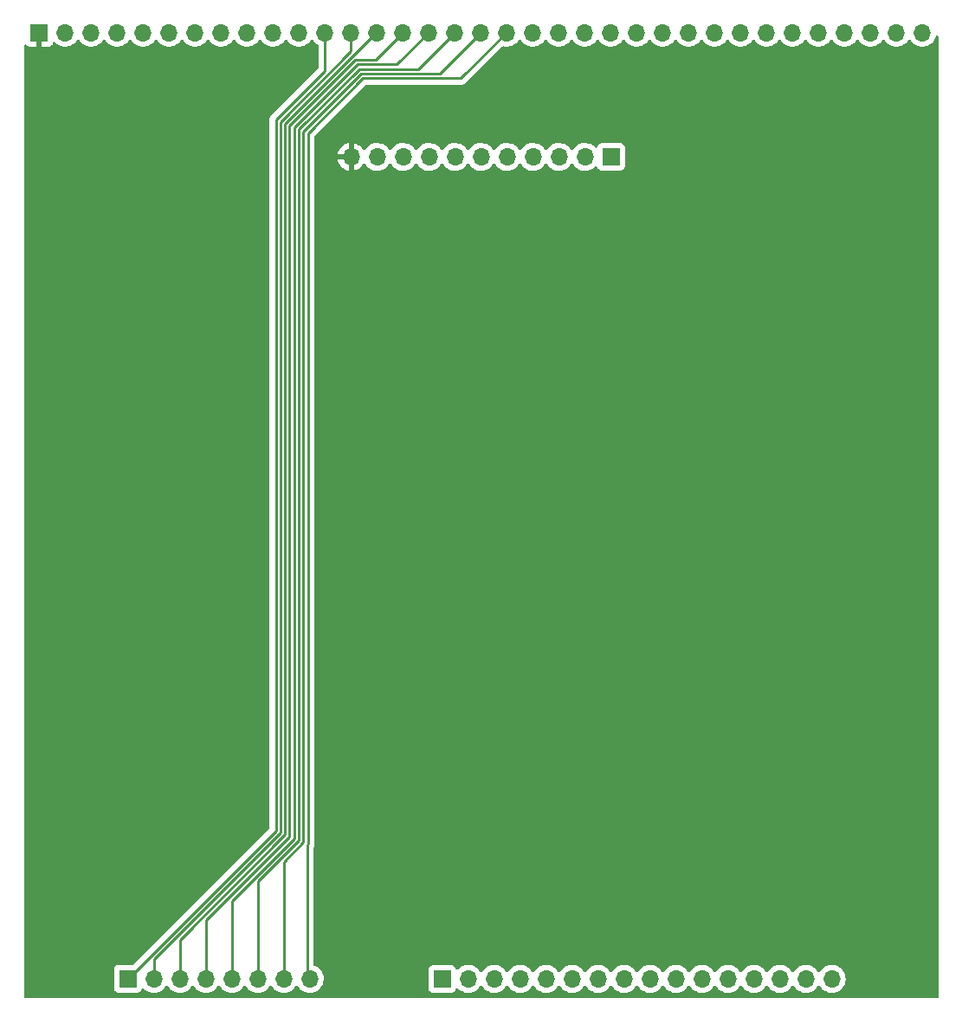
<source format=gbr>
%TF.GenerationSoftware,KiCad,Pcbnew,(6.0.0-0)*%
%TF.CreationDate,2022-03-08T07:13:54-05:00*%
%TF.ProjectId,Backplane-GPR-Registers-Condensed,4261636b-706c-4616-9e65-2d4750522d52,rev?*%
%TF.SameCoordinates,Original*%
%TF.FileFunction,Copper,L2,Bot*%
%TF.FilePolarity,Positive*%
%FSLAX46Y46*%
G04 Gerber Fmt 4.6, Leading zero omitted, Abs format (unit mm)*
G04 Created by KiCad (PCBNEW (6.0.0-0)) date 2022-03-08 07:13:54*
%MOMM*%
%LPD*%
G01*
G04 APERTURE LIST*
%TA.AperFunction,ComponentPad*%
%ADD10R,1.700000X1.700000*%
%TD*%
%TA.AperFunction,ComponentPad*%
%ADD11O,1.700000X1.700000*%
%TD*%
%TA.AperFunction,Conductor*%
%ADD12C,0.250000*%
%TD*%
G04 APERTURE END LIST*
D10*
%TO.P,J2,1,Pin_1*%
%TO.N,BUS0*%
X100595000Y-152770000D03*
D11*
%TO.P,J2,2,Pin_2*%
%TO.N,BUS1*%
X103135000Y-152770000D03*
%TO.P,J2,3,Pin_3*%
%TO.N,BUS2*%
X105675000Y-152770000D03*
%TO.P,J2,4,Pin_4*%
%TO.N,BUS3*%
X108215000Y-152770000D03*
%TO.P,J2,5,Pin_5*%
%TO.N,BUS4*%
X110755000Y-152770000D03*
%TO.P,J2,6,Pin_6*%
%TO.N,BUS5*%
X113295000Y-152770000D03*
%TO.P,J2,7,Pin_7*%
%TO.N,BUS6*%
X115835000Y-152770000D03*
%TO.P,J2,8,Pin_8*%
%TO.N,BUS7*%
X118375000Y-152770000D03*
%TD*%
D10*
%TO.P,J3,1,Pin_1*%
%TO.N,VCC*%
X91925000Y-60300000D03*
D11*
%TO.P,J3,2,Pin_2*%
%TO.N,GND*%
X94465000Y-60300000D03*
%TO.P,J3,3,Pin_3*%
%TO.N,CLOCK*%
X97005000Y-60300000D03*
%TO.P,J3,4,Pin_4*%
%TO.N,~{CONTROL7}*%
X99545000Y-60300000D03*
%TO.P,J3,5,Pin_5*%
%TO.N,CONTROL6*%
X102085000Y-60300000D03*
%TO.P,J3,6,Pin_6*%
%TO.N,CONTROL5*%
X104625000Y-60300000D03*
%TO.P,J3,7,Pin_7*%
%TO.N,CONTROL4*%
X107165000Y-60300000D03*
%TO.P,J3,8,Pin_8*%
%TO.N,CONTROL3*%
X109705000Y-60300000D03*
%TO.P,J3,9,Pin_9*%
%TO.N,CONTROL2*%
X112245000Y-60300000D03*
%TO.P,J3,10,Pin_10*%
%TO.N,CONTROL1*%
X114785000Y-60300000D03*
%TO.P,J3,11,Pin_11*%
%TO.N,CONTROL0*%
X117325000Y-60300000D03*
%TO.P,J3,12,Pin_12*%
%TO.N,BUS0*%
X119865000Y-60300000D03*
%TO.P,J3,13,Pin_13*%
%TO.N,BUS1*%
X122405000Y-60300000D03*
%TO.P,J3,14,Pin_14*%
%TO.N,BUS2*%
X124945000Y-60300000D03*
%TO.P,J3,15,Pin_15*%
%TO.N,BUS3*%
X127485000Y-60300000D03*
%TO.P,J3,16,Pin_16*%
%TO.N,BUS4*%
X130025000Y-60300000D03*
%TO.P,J3,17,Pin_17*%
%TO.N,BUS5*%
X132565000Y-60300000D03*
%TO.P,J3,18,Pin_18*%
%TO.N,BUS6*%
X135105000Y-60300000D03*
%TO.P,J3,19,Pin_19*%
%TO.N,BUS7*%
X137645000Y-60300000D03*
%TO.P,J3,20,Pin_20*%
%TO.N,ADDR0*%
X140185000Y-60300000D03*
%TO.P,J3,21,Pin_21*%
%TO.N,ADDR1*%
X142725000Y-60300000D03*
%TO.P,J3,22,Pin_22*%
%TO.N,ADDR2*%
X145265000Y-60300000D03*
%TO.P,J3,23,Pin_23*%
%TO.N,ADDR3*%
X147805000Y-60300000D03*
%TO.P,J3,24,Pin_24*%
%TO.N,ADDR4*%
X150345000Y-60300000D03*
%TO.P,J3,25,Pin_25*%
%TO.N,ADDR5*%
X152885000Y-60300000D03*
%TO.P,J3,26,Pin_26*%
%TO.N,ADDR6*%
X155425000Y-60300000D03*
%TO.P,J3,27,Pin_27*%
%TO.N,ADDR7*%
X157965000Y-60300000D03*
%TO.P,J3,28,Pin_28*%
%TO.N,ADDR8*%
X160505000Y-60300000D03*
%TO.P,J3,29,Pin_29*%
%TO.N,ADDR9*%
X163045000Y-60300000D03*
%TO.P,J3,30,Pin_30*%
%TO.N,ADDR10*%
X165585000Y-60300000D03*
%TO.P,J3,31,Pin_31*%
%TO.N,ADDR11*%
X168125000Y-60300000D03*
%TO.P,J3,32,Pin_32*%
%TO.N,ADDR12*%
X170665000Y-60300000D03*
%TO.P,J3,33,Pin_33*%
%TO.N,ADDR13*%
X173205000Y-60300000D03*
%TO.P,J3,34,Pin_34*%
%TO.N,ADDR14*%
X175745000Y-60300000D03*
%TO.P,J3,35,Pin_35*%
%TO.N,ADDR15*%
X178285000Y-60300000D03*
%TD*%
D10*
%TO.P,J1,1,Pin_1*%
%TO.N,CONTROL0*%
X147830000Y-72450000D03*
D11*
%TO.P,J1,2,Pin_2*%
%TO.N,CONTROL1*%
X145290000Y-72450000D03*
%TO.P,J1,3,Pin_3*%
%TO.N,CONTROL2*%
X142750000Y-72450000D03*
%TO.P,J1,4,Pin_4*%
%TO.N,CONTROL3*%
X140210000Y-72450000D03*
%TO.P,J1,5,Pin_5*%
%TO.N,CONTROL4*%
X137670000Y-72450000D03*
%TO.P,J1,6,Pin_6*%
%TO.N,CONTROL5*%
X135130000Y-72450000D03*
%TO.P,J1,7,Pin_7*%
%TO.N,CONTROL6*%
X132590000Y-72450000D03*
%TO.P,J1,8,Pin_8*%
%TO.N,~{CONTROL7}*%
X130050000Y-72450000D03*
%TO.P,J1,9,Pin_9*%
%TO.N,CLOCK*%
X127510000Y-72450000D03*
%TO.P,J1,10,Pin_10*%
%TO.N,GND*%
X124970000Y-72450000D03*
%TO.P,J1,11,Pin_11*%
%TO.N,VCC*%
X122430000Y-72450000D03*
%TD*%
D10*
%TO.P,J4,1,Pin_1*%
%TO.N,ADDR0*%
X131320000Y-152780000D03*
D11*
%TO.P,J4,2,Pin_2*%
%TO.N,ADDR1*%
X133860000Y-152780000D03*
%TO.P,J4,3,Pin_3*%
%TO.N,ADDR2*%
X136400000Y-152780000D03*
%TO.P,J4,4,Pin_4*%
%TO.N,ADDR3*%
X138940000Y-152780000D03*
%TO.P,J4,5,Pin_5*%
%TO.N,ADDR4*%
X141480000Y-152780000D03*
%TO.P,J4,6,Pin_6*%
%TO.N,ADDR5*%
X144020000Y-152780000D03*
%TO.P,J4,7,Pin_7*%
%TO.N,ADDR6*%
X146560000Y-152780000D03*
%TO.P,J4,8,Pin_8*%
%TO.N,ADDR7*%
X149100000Y-152780000D03*
%TO.P,J4,9,Pin_9*%
%TO.N,ADDR8*%
X151640000Y-152780000D03*
%TO.P,J4,10,Pin_10*%
%TO.N,ADDR9*%
X154180000Y-152780000D03*
%TO.P,J4,11,Pin_11*%
%TO.N,ADDR10*%
X156720000Y-152780000D03*
%TO.P,J4,12,Pin_12*%
%TO.N,ADDR11*%
X159260000Y-152780000D03*
%TO.P,J4,13,Pin_13*%
%TO.N,ADDR12*%
X161800000Y-152780000D03*
%TO.P,J4,14,Pin_14*%
%TO.N,ADDR13*%
X164340000Y-152780000D03*
%TO.P,J4,15,Pin_15*%
%TO.N,ADDR14*%
X166880000Y-152780000D03*
%TO.P,J4,16,Pin_16*%
%TO.N,ADDR15*%
X169420000Y-152780000D03*
%TD*%
D12*
%TO.N,BUS0*%
X115062000Y-68834000D02*
X115062000Y-138303000D01*
X119865000Y-60300000D02*
X119865000Y-64031000D01*
X119865000Y-64031000D02*
X115062000Y-68834000D01*
X115062000Y-138303000D02*
X100595000Y-152770000D01*
%TO.N,BUS1*%
X122405000Y-62126704D02*
X115511520Y-69020184D01*
X103135000Y-150865717D02*
X103135000Y-152770000D01*
X115511520Y-69020184D02*
X115511520Y-138489197D01*
X115511520Y-138489197D02*
X103135000Y-150865717D01*
X122405000Y-60300000D02*
X122405000Y-62126704D01*
%TO.N,BUS2*%
X115961031Y-69206377D02*
X124867408Y-60300000D01*
X105675000Y-152770000D02*
X105675000Y-148961421D01*
X105675000Y-148961421D02*
X115961031Y-138675390D01*
X124867408Y-60300000D02*
X124945000Y-60300000D01*
X115961031Y-138675390D02*
X115961031Y-69206377D01*
%TO.N,BUS3*%
X108215000Y-147057125D02*
X116410542Y-138861583D01*
X116410542Y-69392570D02*
X122831156Y-62971956D01*
X124813044Y-62971956D02*
X127485000Y-60300000D01*
X122831156Y-62971956D02*
X124813044Y-62971956D01*
X108215000Y-152770000D02*
X108215000Y-147057125D01*
X116410541Y-138489196D02*
X116410542Y-69392570D01*
X116410542Y-138861583D02*
X116410541Y-138489196D01*
%TO.N,BUS4*%
X126903533Y-63421467D02*
X130025000Y-60300000D01*
X116860053Y-69578763D02*
X123017349Y-63421467D01*
X110755000Y-145152829D02*
X116860053Y-139047775D01*
X110755000Y-152770000D02*
X110755000Y-145152829D01*
X116860053Y-139047775D02*
X116860052Y-138303002D01*
X123017349Y-63421467D02*
X126903533Y-63421467D01*
X116860052Y-138303002D02*
X116860053Y-69578763D01*
%TO.N,BUS5*%
X117309563Y-138489195D02*
X117309564Y-69764956D01*
X117309564Y-139233968D02*
X117309563Y-138489195D01*
X117309564Y-69764956D02*
X123203542Y-63870978D01*
X113295000Y-152770000D02*
X113295000Y-143248533D01*
X123203542Y-63870978D02*
X128994022Y-63870978D01*
X113295000Y-143248533D02*
X117309564Y-139233968D01*
X128994022Y-63870978D02*
X132565000Y-60300000D01*
%TO.N,BUS6*%
X117759075Y-139420161D02*
X117759074Y-138675388D01*
X115835000Y-141344237D02*
X117759075Y-139420161D01*
X131084511Y-64320489D02*
X135105000Y-60300000D01*
X117759074Y-138675388D02*
X117759075Y-69951149D01*
X115835000Y-152770000D02*
X115835000Y-141344237D01*
X117759075Y-69951149D02*
X123389735Y-64320489D01*
X123389735Y-64320489D02*
X131084511Y-64320489D01*
%TO.N,BUS7*%
X118208586Y-139606354D02*
X118208585Y-138861581D01*
X118375000Y-152770000D02*
X118110000Y-152505000D01*
X133175000Y-64770000D02*
X137645000Y-60300000D01*
X118208585Y-138861581D02*
X118208586Y-70137342D01*
X118208586Y-70137342D02*
X123575928Y-64770000D01*
X118110000Y-139704940D02*
X118208586Y-139606354D01*
X123575928Y-64770000D02*
X133175000Y-64770000D01*
X118110000Y-152505000D02*
X118110000Y-139704940D01*
%TD*%
%TA.AperFunction,Conductor*%
%TO.N,VCC*%
G36*
X92121121Y-60066002D02*
G01*
X92167614Y-60119658D01*
X92179000Y-60172000D01*
X92179000Y-61639884D01*
X92183475Y-61655123D01*
X92184865Y-61656328D01*
X92192548Y-61657999D01*
X92819669Y-61657999D01*
X92826490Y-61657629D01*
X92877352Y-61652105D01*
X92892604Y-61648479D01*
X93013054Y-61603324D01*
X93028649Y-61594786D01*
X93130724Y-61518285D01*
X93143285Y-61505724D01*
X93219786Y-61403649D01*
X93228324Y-61388054D01*
X93269225Y-61278952D01*
X93311867Y-61222188D01*
X93378428Y-61197488D01*
X93447777Y-61212696D01*
X93482444Y-61240684D01*
X93507865Y-61270031D01*
X93507869Y-61270035D01*
X93511250Y-61273938D01*
X93683126Y-61416632D01*
X93876000Y-61529338D01*
X94084692Y-61609030D01*
X94089760Y-61610061D01*
X94089763Y-61610062D01*
X94197017Y-61631883D01*
X94303597Y-61653567D01*
X94308772Y-61653757D01*
X94308774Y-61653757D01*
X94521673Y-61661564D01*
X94521677Y-61661564D01*
X94526837Y-61661753D01*
X94531957Y-61661097D01*
X94531959Y-61661097D01*
X94743288Y-61634025D01*
X94743289Y-61634025D01*
X94748416Y-61633368D01*
X94787434Y-61621662D01*
X94957429Y-61570661D01*
X94957434Y-61570659D01*
X94962384Y-61569174D01*
X95162994Y-61470896D01*
X95344860Y-61341173D01*
X95503096Y-61183489D01*
X95633453Y-61002077D01*
X95634776Y-61003028D01*
X95681645Y-60959857D01*
X95751580Y-60947625D01*
X95817026Y-60975144D01*
X95844875Y-61006994D01*
X95904987Y-61105088D01*
X96051250Y-61273938D01*
X96223126Y-61416632D01*
X96416000Y-61529338D01*
X96624692Y-61609030D01*
X96629760Y-61610061D01*
X96629763Y-61610062D01*
X96737017Y-61631883D01*
X96843597Y-61653567D01*
X96848772Y-61653757D01*
X96848774Y-61653757D01*
X97061673Y-61661564D01*
X97061677Y-61661564D01*
X97066837Y-61661753D01*
X97071957Y-61661097D01*
X97071959Y-61661097D01*
X97283288Y-61634025D01*
X97283289Y-61634025D01*
X97288416Y-61633368D01*
X97327434Y-61621662D01*
X97497429Y-61570661D01*
X97497434Y-61570659D01*
X97502384Y-61569174D01*
X97702994Y-61470896D01*
X97884860Y-61341173D01*
X98043096Y-61183489D01*
X98173453Y-61002077D01*
X98174776Y-61003028D01*
X98221645Y-60959857D01*
X98291580Y-60947625D01*
X98357026Y-60975144D01*
X98384875Y-61006994D01*
X98444987Y-61105088D01*
X98591250Y-61273938D01*
X98763126Y-61416632D01*
X98956000Y-61529338D01*
X99164692Y-61609030D01*
X99169760Y-61610061D01*
X99169763Y-61610062D01*
X99277017Y-61631883D01*
X99383597Y-61653567D01*
X99388772Y-61653757D01*
X99388774Y-61653757D01*
X99601673Y-61661564D01*
X99601677Y-61661564D01*
X99606837Y-61661753D01*
X99611957Y-61661097D01*
X99611959Y-61661097D01*
X99823288Y-61634025D01*
X99823289Y-61634025D01*
X99828416Y-61633368D01*
X99867434Y-61621662D01*
X100037429Y-61570661D01*
X100037434Y-61570659D01*
X100042384Y-61569174D01*
X100242994Y-61470896D01*
X100424860Y-61341173D01*
X100583096Y-61183489D01*
X100713453Y-61002077D01*
X100714776Y-61003028D01*
X100761645Y-60959857D01*
X100831580Y-60947625D01*
X100897026Y-60975144D01*
X100924875Y-61006994D01*
X100984987Y-61105088D01*
X101131250Y-61273938D01*
X101303126Y-61416632D01*
X101496000Y-61529338D01*
X101704692Y-61609030D01*
X101709760Y-61610061D01*
X101709763Y-61610062D01*
X101817017Y-61631883D01*
X101923597Y-61653567D01*
X101928772Y-61653757D01*
X101928774Y-61653757D01*
X102141673Y-61661564D01*
X102141677Y-61661564D01*
X102146837Y-61661753D01*
X102151957Y-61661097D01*
X102151959Y-61661097D01*
X102363288Y-61634025D01*
X102363289Y-61634025D01*
X102368416Y-61633368D01*
X102407434Y-61621662D01*
X102577429Y-61570661D01*
X102577434Y-61570659D01*
X102582384Y-61569174D01*
X102782994Y-61470896D01*
X102964860Y-61341173D01*
X103123096Y-61183489D01*
X103253453Y-61002077D01*
X103254776Y-61003028D01*
X103301645Y-60959857D01*
X103371580Y-60947625D01*
X103437026Y-60975144D01*
X103464875Y-61006994D01*
X103524987Y-61105088D01*
X103671250Y-61273938D01*
X103843126Y-61416632D01*
X104036000Y-61529338D01*
X104244692Y-61609030D01*
X104249760Y-61610061D01*
X104249763Y-61610062D01*
X104357017Y-61631883D01*
X104463597Y-61653567D01*
X104468772Y-61653757D01*
X104468774Y-61653757D01*
X104681673Y-61661564D01*
X104681677Y-61661564D01*
X104686837Y-61661753D01*
X104691957Y-61661097D01*
X104691959Y-61661097D01*
X104903288Y-61634025D01*
X104903289Y-61634025D01*
X104908416Y-61633368D01*
X104947434Y-61621662D01*
X105117429Y-61570661D01*
X105117434Y-61570659D01*
X105122384Y-61569174D01*
X105322994Y-61470896D01*
X105504860Y-61341173D01*
X105663096Y-61183489D01*
X105793453Y-61002077D01*
X105794776Y-61003028D01*
X105841645Y-60959857D01*
X105911580Y-60947625D01*
X105977026Y-60975144D01*
X106004875Y-61006994D01*
X106064987Y-61105088D01*
X106211250Y-61273938D01*
X106383126Y-61416632D01*
X106576000Y-61529338D01*
X106784692Y-61609030D01*
X106789760Y-61610061D01*
X106789763Y-61610062D01*
X106897017Y-61631883D01*
X107003597Y-61653567D01*
X107008772Y-61653757D01*
X107008774Y-61653757D01*
X107221673Y-61661564D01*
X107221677Y-61661564D01*
X107226837Y-61661753D01*
X107231957Y-61661097D01*
X107231959Y-61661097D01*
X107443288Y-61634025D01*
X107443289Y-61634025D01*
X107448416Y-61633368D01*
X107487434Y-61621662D01*
X107657429Y-61570661D01*
X107657434Y-61570659D01*
X107662384Y-61569174D01*
X107862994Y-61470896D01*
X108044860Y-61341173D01*
X108203096Y-61183489D01*
X108333453Y-61002077D01*
X108334776Y-61003028D01*
X108381645Y-60959857D01*
X108451580Y-60947625D01*
X108517026Y-60975144D01*
X108544875Y-61006994D01*
X108604987Y-61105088D01*
X108751250Y-61273938D01*
X108923126Y-61416632D01*
X109116000Y-61529338D01*
X109324692Y-61609030D01*
X109329760Y-61610061D01*
X109329763Y-61610062D01*
X109437017Y-61631883D01*
X109543597Y-61653567D01*
X109548772Y-61653757D01*
X109548774Y-61653757D01*
X109761673Y-61661564D01*
X109761677Y-61661564D01*
X109766837Y-61661753D01*
X109771957Y-61661097D01*
X109771959Y-61661097D01*
X109983288Y-61634025D01*
X109983289Y-61634025D01*
X109988416Y-61633368D01*
X110027434Y-61621662D01*
X110197429Y-61570661D01*
X110197434Y-61570659D01*
X110202384Y-61569174D01*
X110402994Y-61470896D01*
X110584860Y-61341173D01*
X110743096Y-61183489D01*
X110873453Y-61002077D01*
X110874776Y-61003028D01*
X110921645Y-60959857D01*
X110991580Y-60947625D01*
X111057026Y-60975144D01*
X111084875Y-61006994D01*
X111144987Y-61105088D01*
X111291250Y-61273938D01*
X111463126Y-61416632D01*
X111656000Y-61529338D01*
X111864692Y-61609030D01*
X111869760Y-61610061D01*
X111869763Y-61610062D01*
X111977017Y-61631883D01*
X112083597Y-61653567D01*
X112088772Y-61653757D01*
X112088774Y-61653757D01*
X112301673Y-61661564D01*
X112301677Y-61661564D01*
X112306837Y-61661753D01*
X112311957Y-61661097D01*
X112311959Y-61661097D01*
X112523288Y-61634025D01*
X112523289Y-61634025D01*
X112528416Y-61633368D01*
X112567434Y-61621662D01*
X112737429Y-61570661D01*
X112737434Y-61570659D01*
X112742384Y-61569174D01*
X112942994Y-61470896D01*
X113124860Y-61341173D01*
X113283096Y-61183489D01*
X113413453Y-61002077D01*
X113414776Y-61003028D01*
X113461645Y-60959857D01*
X113531580Y-60947625D01*
X113597026Y-60975144D01*
X113624875Y-61006994D01*
X113684987Y-61105088D01*
X113831250Y-61273938D01*
X114003126Y-61416632D01*
X114196000Y-61529338D01*
X114404692Y-61609030D01*
X114409760Y-61610061D01*
X114409763Y-61610062D01*
X114517017Y-61631883D01*
X114623597Y-61653567D01*
X114628772Y-61653757D01*
X114628774Y-61653757D01*
X114841673Y-61661564D01*
X114841677Y-61661564D01*
X114846837Y-61661753D01*
X114851957Y-61661097D01*
X114851959Y-61661097D01*
X115063288Y-61634025D01*
X115063289Y-61634025D01*
X115068416Y-61633368D01*
X115107434Y-61621662D01*
X115277429Y-61570661D01*
X115277434Y-61570659D01*
X115282384Y-61569174D01*
X115482994Y-61470896D01*
X115664860Y-61341173D01*
X115823096Y-61183489D01*
X115953453Y-61002077D01*
X115954776Y-61003028D01*
X116001645Y-60959857D01*
X116071580Y-60947625D01*
X116137026Y-60975144D01*
X116164875Y-61006994D01*
X116224987Y-61105088D01*
X116371250Y-61273938D01*
X116543126Y-61416632D01*
X116736000Y-61529338D01*
X116944692Y-61609030D01*
X116949760Y-61610061D01*
X116949763Y-61610062D01*
X117057017Y-61631883D01*
X117163597Y-61653567D01*
X117168772Y-61653757D01*
X117168774Y-61653757D01*
X117381673Y-61661564D01*
X117381677Y-61661564D01*
X117386837Y-61661753D01*
X117391957Y-61661097D01*
X117391959Y-61661097D01*
X117603288Y-61634025D01*
X117603289Y-61634025D01*
X117608416Y-61633368D01*
X117647434Y-61621662D01*
X117817429Y-61570661D01*
X117817434Y-61570659D01*
X117822384Y-61569174D01*
X118022994Y-61470896D01*
X118204860Y-61341173D01*
X118363096Y-61183489D01*
X118493453Y-61002077D01*
X118494776Y-61003028D01*
X118541645Y-60959857D01*
X118611580Y-60947625D01*
X118677026Y-60975144D01*
X118704875Y-61006994D01*
X118764987Y-61105088D01*
X118911250Y-61273938D01*
X119083126Y-61416632D01*
X119118785Y-61437469D01*
X119169070Y-61466853D01*
X119217794Y-61518491D01*
X119231500Y-61575641D01*
X119231500Y-63716406D01*
X119211498Y-63784527D01*
X119194595Y-63805501D01*
X114669747Y-68330348D01*
X114661461Y-68337888D01*
X114654982Y-68342000D01*
X114649557Y-68347777D01*
X114608357Y-68391651D01*
X114605602Y-68394493D01*
X114585865Y-68414230D01*
X114583385Y-68417427D01*
X114575682Y-68426447D01*
X114545414Y-68458679D01*
X114541595Y-68465625D01*
X114541593Y-68465628D01*
X114535652Y-68476434D01*
X114524801Y-68492953D01*
X114512386Y-68508959D01*
X114509241Y-68516228D01*
X114509238Y-68516232D01*
X114494826Y-68549537D01*
X114489609Y-68560187D01*
X114468305Y-68598940D01*
X114466334Y-68606615D01*
X114466334Y-68606616D01*
X114463267Y-68618562D01*
X114456863Y-68637266D01*
X114448819Y-68655855D01*
X114447580Y-68663678D01*
X114447577Y-68663688D01*
X114441901Y-68699524D01*
X114439495Y-68711144D01*
X114428500Y-68753970D01*
X114428500Y-68774224D01*
X114426949Y-68793934D01*
X114423780Y-68813943D01*
X114424526Y-68821835D01*
X114427941Y-68857961D01*
X114428500Y-68869819D01*
X114428500Y-137988406D01*
X114408498Y-138056527D01*
X114391595Y-138077501D01*
X101094500Y-151374595D01*
X101032188Y-151408621D01*
X101005405Y-151411500D01*
X99696866Y-151411500D01*
X99634684Y-151418255D01*
X99498295Y-151469385D01*
X99381739Y-151556739D01*
X99294385Y-151673295D01*
X99243255Y-151809684D01*
X99236500Y-151871866D01*
X99236500Y-153668134D01*
X99243255Y-153730316D01*
X99294385Y-153866705D01*
X99381739Y-153983261D01*
X99498295Y-154070615D01*
X99634684Y-154121745D01*
X99696866Y-154128500D01*
X101493134Y-154128500D01*
X101555316Y-154121745D01*
X101691705Y-154070615D01*
X101808261Y-153983261D01*
X101895615Y-153866705D01*
X101936652Y-153757240D01*
X101939598Y-153749382D01*
X101982240Y-153692618D01*
X102048802Y-153667918D01*
X102118150Y-153683126D01*
X102152817Y-153711114D01*
X102181250Y-153743938D01*
X102353126Y-153886632D01*
X102546000Y-153999338D01*
X102550825Y-154001180D01*
X102550826Y-154001181D01*
X102623612Y-154028975D01*
X102754692Y-154079030D01*
X102759760Y-154080061D01*
X102759763Y-154080062D01*
X102867017Y-154101883D01*
X102973597Y-154123567D01*
X102978772Y-154123757D01*
X102978774Y-154123757D01*
X103191673Y-154131564D01*
X103191677Y-154131564D01*
X103196837Y-154131753D01*
X103201957Y-154131097D01*
X103201959Y-154131097D01*
X103413288Y-154104025D01*
X103413289Y-154104025D01*
X103418416Y-154103368D01*
X103466207Y-154089030D01*
X103627429Y-154040661D01*
X103627434Y-154040659D01*
X103632384Y-154039174D01*
X103832994Y-153940896D01*
X104014860Y-153811173D01*
X104173096Y-153653489D01*
X104303453Y-153472077D01*
X104304776Y-153473028D01*
X104351645Y-153429857D01*
X104421580Y-153417625D01*
X104487026Y-153445144D01*
X104514875Y-153476994D01*
X104574987Y-153575088D01*
X104721250Y-153743938D01*
X104893126Y-153886632D01*
X105086000Y-153999338D01*
X105090825Y-154001180D01*
X105090826Y-154001181D01*
X105163612Y-154028975D01*
X105294692Y-154079030D01*
X105299760Y-154080061D01*
X105299763Y-154080062D01*
X105407017Y-154101883D01*
X105513597Y-154123567D01*
X105518772Y-154123757D01*
X105518774Y-154123757D01*
X105731673Y-154131564D01*
X105731677Y-154131564D01*
X105736837Y-154131753D01*
X105741957Y-154131097D01*
X105741959Y-154131097D01*
X105953288Y-154104025D01*
X105953289Y-154104025D01*
X105958416Y-154103368D01*
X106006207Y-154089030D01*
X106167429Y-154040661D01*
X106167434Y-154040659D01*
X106172384Y-154039174D01*
X106372994Y-153940896D01*
X106554860Y-153811173D01*
X106713096Y-153653489D01*
X106843453Y-153472077D01*
X106844776Y-153473028D01*
X106891645Y-153429857D01*
X106961580Y-153417625D01*
X107027026Y-153445144D01*
X107054875Y-153476994D01*
X107114987Y-153575088D01*
X107261250Y-153743938D01*
X107433126Y-153886632D01*
X107626000Y-153999338D01*
X107630825Y-154001180D01*
X107630826Y-154001181D01*
X107703612Y-154028975D01*
X107834692Y-154079030D01*
X107839760Y-154080061D01*
X107839763Y-154080062D01*
X107947017Y-154101883D01*
X108053597Y-154123567D01*
X108058772Y-154123757D01*
X108058774Y-154123757D01*
X108271673Y-154131564D01*
X108271677Y-154131564D01*
X108276837Y-154131753D01*
X108281957Y-154131097D01*
X108281959Y-154131097D01*
X108493288Y-154104025D01*
X108493289Y-154104025D01*
X108498416Y-154103368D01*
X108546207Y-154089030D01*
X108707429Y-154040661D01*
X108707434Y-154040659D01*
X108712384Y-154039174D01*
X108912994Y-153940896D01*
X109094860Y-153811173D01*
X109253096Y-153653489D01*
X109383453Y-153472077D01*
X109384776Y-153473028D01*
X109431645Y-153429857D01*
X109501580Y-153417625D01*
X109567026Y-153445144D01*
X109594875Y-153476994D01*
X109654987Y-153575088D01*
X109801250Y-153743938D01*
X109973126Y-153886632D01*
X110166000Y-153999338D01*
X110170825Y-154001180D01*
X110170826Y-154001181D01*
X110243612Y-154028975D01*
X110374692Y-154079030D01*
X110379760Y-154080061D01*
X110379763Y-154080062D01*
X110487017Y-154101883D01*
X110593597Y-154123567D01*
X110598772Y-154123757D01*
X110598774Y-154123757D01*
X110811673Y-154131564D01*
X110811677Y-154131564D01*
X110816837Y-154131753D01*
X110821957Y-154131097D01*
X110821959Y-154131097D01*
X111033288Y-154104025D01*
X111033289Y-154104025D01*
X111038416Y-154103368D01*
X111086207Y-154089030D01*
X111247429Y-154040661D01*
X111247434Y-154040659D01*
X111252384Y-154039174D01*
X111452994Y-153940896D01*
X111634860Y-153811173D01*
X111793096Y-153653489D01*
X111923453Y-153472077D01*
X111924776Y-153473028D01*
X111971645Y-153429857D01*
X112041580Y-153417625D01*
X112107026Y-153445144D01*
X112134875Y-153476994D01*
X112194987Y-153575088D01*
X112341250Y-153743938D01*
X112513126Y-153886632D01*
X112706000Y-153999338D01*
X112710825Y-154001180D01*
X112710826Y-154001181D01*
X112783612Y-154028975D01*
X112914692Y-154079030D01*
X112919760Y-154080061D01*
X112919763Y-154080062D01*
X113027017Y-154101883D01*
X113133597Y-154123567D01*
X113138772Y-154123757D01*
X113138774Y-154123757D01*
X113351673Y-154131564D01*
X113351677Y-154131564D01*
X113356837Y-154131753D01*
X113361957Y-154131097D01*
X113361959Y-154131097D01*
X113573288Y-154104025D01*
X113573289Y-154104025D01*
X113578416Y-154103368D01*
X113626207Y-154089030D01*
X113787429Y-154040661D01*
X113787434Y-154040659D01*
X113792384Y-154039174D01*
X113992994Y-153940896D01*
X114174860Y-153811173D01*
X114333096Y-153653489D01*
X114463453Y-153472077D01*
X114464776Y-153473028D01*
X114511645Y-153429857D01*
X114581580Y-153417625D01*
X114647026Y-153445144D01*
X114674875Y-153476994D01*
X114734987Y-153575088D01*
X114881250Y-153743938D01*
X115053126Y-153886632D01*
X115246000Y-153999338D01*
X115250825Y-154001180D01*
X115250826Y-154001181D01*
X115323612Y-154028975D01*
X115454692Y-154079030D01*
X115459760Y-154080061D01*
X115459763Y-154080062D01*
X115567017Y-154101883D01*
X115673597Y-154123567D01*
X115678772Y-154123757D01*
X115678774Y-154123757D01*
X115891673Y-154131564D01*
X115891677Y-154131564D01*
X115896837Y-154131753D01*
X115901957Y-154131097D01*
X115901959Y-154131097D01*
X116113288Y-154104025D01*
X116113289Y-154104025D01*
X116118416Y-154103368D01*
X116166207Y-154089030D01*
X116327429Y-154040661D01*
X116327434Y-154040659D01*
X116332384Y-154039174D01*
X116532994Y-153940896D01*
X116714860Y-153811173D01*
X116873096Y-153653489D01*
X117003453Y-153472077D01*
X117004776Y-153473028D01*
X117051645Y-153429857D01*
X117121580Y-153417625D01*
X117187026Y-153445144D01*
X117214875Y-153476994D01*
X117274987Y-153575088D01*
X117421250Y-153743938D01*
X117593126Y-153886632D01*
X117786000Y-153999338D01*
X117790825Y-154001180D01*
X117790826Y-154001181D01*
X117863612Y-154028975D01*
X117994692Y-154079030D01*
X117999760Y-154080061D01*
X117999763Y-154080062D01*
X118107017Y-154101883D01*
X118213597Y-154123567D01*
X118218772Y-154123757D01*
X118218774Y-154123757D01*
X118431673Y-154131564D01*
X118431677Y-154131564D01*
X118436837Y-154131753D01*
X118441957Y-154131097D01*
X118441959Y-154131097D01*
X118653288Y-154104025D01*
X118653289Y-154104025D01*
X118658416Y-154103368D01*
X118706207Y-154089030D01*
X118867429Y-154040661D01*
X118867434Y-154040659D01*
X118872384Y-154039174D01*
X119072994Y-153940896D01*
X119254860Y-153811173D01*
X119388365Y-153678134D01*
X129961500Y-153678134D01*
X129968255Y-153740316D01*
X130019385Y-153876705D01*
X130106739Y-153993261D01*
X130223295Y-154080615D01*
X130359684Y-154131745D01*
X130421866Y-154138500D01*
X132218134Y-154138500D01*
X132280316Y-154131745D01*
X132416705Y-154080615D01*
X132533261Y-153993261D01*
X132620615Y-153876705D01*
X132646548Y-153807529D01*
X132664598Y-153759382D01*
X132707240Y-153702618D01*
X132773802Y-153677918D01*
X132843150Y-153693126D01*
X132877817Y-153721114D01*
X132906250Y-153753938D01*
X133078126Y-153896632D01*
X133271000Y-154009338D01*
X133479692Y-154089030D01*
X133484760Y-154090061D01*
X133484763Y-154090062D01*
X133550165Y-154103368D01*
X133698597Y-154133567D01*
X133703772Y-154133757D01*
X133703774Y-154133757D01*
X133916673Y-154141564D01*
X133916677Y-154141564D01*
X133921837Y-154141753D01*
X133926957Y-154141097D01*
X133926959Y-154141097D01*
X134138288Y-154114025D01*
X134138289Y-154114025D01*
X134143416Y-154113368D01*
X134174558Y-154104025D01*
X134352429Y-154050661D01*
X134352434Y-154050659D01*
X134357384Y-154049174D01*
X134557994Y-153950896D01*
X134739860Y-153821173D01*
X134898096Y-153663489D01*
X134902661Y-153657137D01*
X135028453Y-153482077D01*
X135029776Y-153483028D01*
X135076645Y-153439857D01*
X135146580Y-153427625D01*
X135212026Y-153455144D01*
X135239875Y-153486994D01*
X135299987Y-153585088D01*
X135446250Y-153753938D01*
X135618126Y-153896632D01*
X135811000Y-154009338D01*
X136019692Y-154089030D01*
X136024760Y-154090061D01*
X136024763Y-154090062D01*
X136090165Y-154103368D01*
X136238597Y-154133567D01*
X136243772Y-154133757D01*
X136243774Y-154133757D01*
X136456673Y-154141564D01*
X136456677Y-154141564D01*
X136461837Y-154141753D01*
X136466957Y-154141097D01*
X136466959Y-154141097D01*
X136678288Y-154114025D01*
X136678289Y-154114025D01*
X136683416Y-154113368D01*
X136714558Y-154104025D01*
X136892429Y-154050661D01*
X136892434Y-154050659D01*
X136897384Y-154049174D01*
X137097994Y-153950896D01*
X137279860Y-153821173D01*
X137438096Y-153663489D01*
X137442661Y-153657137D01*
X137568453Y-153482077D01*
X137569776Y-153483028D01*
X137616645Y-153439857D01*
X137686580Y-153427625D01*
X137752026Y-153455144D01*
X137779875Y-153486994D01*
X137839987Y-153585088D01*
X137986250Y-153753938D01*
X138158126Y-153896632D01*
X138351000Y-154009338D01*
X138559692Y-154089030D01*
X138564760Y-154090061D01*
X138564763Y-154090062D01*
X138630165Y-154103368D01*
X138778597Y-154133567D01*
X138783772Y-154133757D01*
X138783774Y-154133757D01*
X138996673Y-154141564D01*
X138996677Y-154141564D01*
X139001837Y-154141753D01*
X139006957Y-154141097D01*
X139006959Y-154141097D01*
X139218288Y-154114025D01*
X139218289Y-154114025D01*
X139223416Y-154113368D01*
X139254558Y-154104025D01*
X139432429Y-154050661D01*
X139432434Y-154050659D01*
X139437384Y-154049174D01*
X139637994Y-153950896D01*
X139819860Y-153821173D01*
X139978096Y-153663489D01*
X139982661Y-153657137D01*
X140108453Y-153482077D01*
X140109776Y-153483028D01*
X140156645Y-153439857D01*
X140226580Y-153427625D01*
X140292026Y-153455144D01*
X140319875Y-153486994D01*
X140379987Y-153585088D01*
X140526250Y-153753938D01*
X140698126Y-153896632D01*
X140891000Y-154009338D01*
X141099692Y-154089030D01*
X141104760Y-154090061D01*
X141104763Y-154090062D01*
X141170165Y-154103368D01*
X141318597Y-154133567D01*
X141323772Y-154133757D01*
X141323774Y-154133757D01*
X141536673Y-154141564D01*
X141536677Y-154141564D01*
X141541837Y-154141753D01*
X141546957Y-154141097D01*
X141546959Y-154141097D01*
X141758288Y-154114025D01*
X141758289Y-154114025D01*
X141763416Y-154113368D01*
X141794558Y-154104025D01*
X141972429Y-154050661D01*
X141972434Y-154050659D01*
X141977384Y-154049174D01*
X142177994Y-153950896D01*
X142359860Y-153821173D01*
X142518096Y-153663489D01*
X142522661Y-153657137D01*
X142648453Y-153482077D01*
X142649776Y-153483028D01*
X142696645Y-153439857D01*
X142766580Y-153427625D01*
X142832026Y-153455144D01*
X142859875Y-153486994D01*
X142919987Y-153585088D01*
X143066250Y-153753938D01*
X143238126Y-153896632D01*
X143431000Y-154009338D01*
X143639692Y-154089030D01*
X143644760Y-154090061D01*
X143644763Y-154090062D01*
X143710165Y-154103368D01*
X143858597Y-154133567D01*
X143863772Y-154133757D01*
X143863774Y-154133757D01*
X144076673Y-154141564D01*
X144076677Y-154141564D01*
X144081837Y-154141753D01*
X144086957Y-154141097D01*
X144086959Y-154141097D01*
X144298288Y-154114025D01*
X144298289Y-154114025D01*
X144303416Y-154113368D01*
X144334558Y-154104025D01*
X144512429Y-154050661D01*
X144512434Y-154050659D01*
X144517384Y-154049174D01*
X144717994Y-153950896D01*
X144899860Y-153821173D01*
X145058096Y-153663489D01*
X145062661Y-153657137D01*
X145188453Y-153482077D01*
X145189776Y-153483028D01*
X145236645Y-153439857D01*
X145306580Y-153427625D01*
X145372026Y-153455144D01*
X145399875Y-153486994D01*
X145459987Y-153585088D01*
X145606250Y-153753938D01*
X145778126Y-153896632D01*
X145971000Y-154009338D01*
X146179692Y-154089030D01*
X146184760Y-154090061D01*
X146184763Y-154090062D01*
X146250165Y-154103368D01*
X146398597Y-154133567D01*
X146403772Y-154133757D01*
X146403774Y-154133757D01*
X146616673Y-154141564D01*
X146616677Y-154141564D01*
X146621837Y-154141753D01*
X146626957Y-154141097D01*
X146626959Y-154141097D01*
X146838288Y-154114025D01*
X146838289Y-154114025D01*
X146843416Y-154113368D01*
X146874558Y-154104025D01*
X147052429Y-154050661D01*
X147052434Y-154050659D01*
X147057384Y-154049174D01*
X147257994Y-153950896D01*
X147439860Y-153821173D01*
X147598096Y-153663489D01*
X147602661Y-153657137D01*
X147728453Y-153482077D01*
X147729776Y-153483028D01*
X147776645Y-153439857D01*
X147846580Y-153427625D01*
X147912026Y-153455144D01*
X147939875Y-153486994D01*
X147999987Y-153585088D01*
X148146250Y-153753938D01*
X148318126Y-153896632D01*
X148511000Y-154009338D01*
X148719692Y-154089030D01*
X148724760Y-154090061D01*
X148724763Y-154090062D01*
X148790165Y-154103368D01*
X148938597Y-154133567D01*
X148943772Y-154133757D01*
X148943774Y-154133757D01*
X149156673Y-154141564D01*
X149156677Y-154141564D01*
X149161837Y-154141753D01*
X149166957Y-154141097D01*
X149166959Y-154141097D01*
X149378288Y-154114025D01*
X149378289Y-154114025D01*
X149383416Y-154113368D01*
X149414558Y-154104025D01*
X149592429Y-154050661D01*
X149592434Y-154050659D01*
X149597384Y-154049174D01*
X149797994Y-153950896D01*
X149979860Y-153821173D01*
X150138096Y-153663489D01*
X150142661Y-153657137D01*
X150268453Y-153482077D01*
X150269776Y-153483028D01*
X150316645Y-153439857D01*
X150386580Y-153427625D01*
X150452026Y-153455144D01*
X150479875Y-153486994D01*
X150539987Y-153585088D01*
X150686250Y-153753938D01*
X150858126Y-153896632D01*
X151051000Y-154009338D01*
X151259692Y-154089030D01*
X151264760Y-154090061D01*
X151264763Y-154090062D01*
X151330165Y-154103368D01*
X151478597Y-154133567D01*
X151483772Y-154133757D01*
X151483774Y-154133757D01*
X151696673Y-154141564D01*
X151696677Y-154141564D01*
X151701837Y-154141753D01*
X151706957Y-154141097D01*
X151706959Y-154141097D01*
X151918288Y-154114025D01*
X151918289Y-154114025D01*
X151923416Y-154113368D01*
X151954558Y-154104025D01*
X152132429Y-154050661D01*
X152132434Y-154050659D01*
X152137384Y-154049174D01*
X152337994Y-153950896D01*
X152519860Y-153821173D01*
X152678096Y-153663489D01*
X152682661Y-153657137D01*
X152808453Y-153482077D01*
X152809776Y-153483028D01*
X152856645Y-153439857D01*
X152926580Y-153427625D01*
X152992026Y-153455144D01*
X153019875Y-153486994D01*
X153079987Y-153585088D01*
X153226250Y-153753938D01*
X153398126Y-153896632D01*
X153591000Y-154009338D01*
X153799692Y-154089030D01*
X153804760Y-154090061D01*
X153804763Y-154090062D01*
X153870165Y-154103368D01*
X154018597Y-154133567D01*
X154023772Y-154133757D01*
X154023774Y-154133757D01*
X154236673Y-154141564D01*
X154236677Y-154141564D01*
X154241837Y-154141753D01*
X154246957Y-154141097D01*
X154246959Y-154141097D01*
X154458288Y-154114025D01*
X154458289Y-154114025D01*
X154463416Y-154113368D01*
X154494558Y-154104025D01*
X154672429Y-154050661D01*
X154672434Y-154050659D01*
X154677384Y-154049174D01*
X154877994Y-153950896D01*
X155059860Y-153821173D01*
X155218096Y-153663489D01*
X155222661Y-153657137D01*
X155348453Y-153482077D01*
X155349776Y-153483028D01*
X155396645Y-153439857D01*
X155466580Y-153427625D01*
X155532026Y-153455144D01*
X155559875Y-153486994D01*
X155619987Y-153585088D01*
X155766250Y-153753938D01*
X155938126Y-153896632D01*
X156131000Y-154009338D01*
X156339692Y-154089030D01*
X156344760Y-154090061D01*
X156344763Y-154090062D01*
X156410165Y-154103368D01*
X156558597Y-154133567D01*
X156563772Y-154133757D01*
X156563774Y-154133757D01*
X156776673Y-154141564D01*
X156776677Y-154141564D01*
X156781837Y-154141753D01*
X156786957Y-154141097D01*
X156786959Y-154141097D01*
X156998288Y-154114025D01*
X156998289Y-154114025D01*
X157003416Y-154113368D01*
X157034558Y-154104025D01*
X157212429Y-154050661D01*
X157212434Y-154050659D01*
X157217384Y-154049174D01*
X157417994Y-153950896D01*
X157599860Y-153821173D01*
X157758096Y-153663489D01*
X157762661Y-153657137D01*
X157888453Y-153482077D01*
X157889776Y-153483028D01*
X157936645Y-153439857D01*
X158006580Y-153427625D01*
X158072026Y-153455144D01*
X158099875Y-153486994D01*
X158159987Y-153585088D01*
X158306250Y-153753938D01*
X158478126Y-153896632D01*
X158671000Y-154009338D01*
X158879692Y-154089030D01*
X158884760Y-154090061D01*
X158884763Y-154090062D01*
X158950165Y-154103368D01*
X159098597Y-154133567D01*
X159103772Y-154133757D01*
X159103774Y-154133757D01*
X159316673Y-154141564D01*
X159316677Y-154141564D01*
X159321837Y-154141753D01*
X159326957Y-154141097D01*
X159326959Y-154141097D01*
X159538288Y-154114025D01*
X159538289Y-154114025D01*
X159543416Y-154113368D01*
X159574558Y-154104025D01*
X159752429Y-154050661D01*
X159752434Y-154050659D01*
X159757384Y-154049174D01*
X159957994Y-153950896D01*
X160139860Y-153821173D01*
X160298096Y-153663489D01*
X160302661Y-153657137D01*
X160428453Y-153482077D01*
X160429776Y-153483028D01*
X160476645Y-153439857D01*
X160546580Y-153427625D01*
X160612026Y-153455144D01*
X160639875Y-153486994D01*
X160699987Y-153585088D01*
X160846250Y-153753938D01*
X161018126Y-153896632D01*
X161211000Y-154009338D01*
X161419692Y-154089030D01*
X161424760Y-154090061D01*
X161424763Y-154090062D01*
X161490165Y-154103368D01*
X161638597Y-154133567D01*
X161643772Y-154133757D01*
X161643774Y-154133757D01*
X161856673Y-154141564D01*
X161856677Y-154141564D01*
X161861837Y-154141753D01*
X161866957Y-154141097D01*
X161866959Y-154141097D01*
X162078288Y-154114025D01*
X162078289Y-154114025D01*
X162083416Y-154113368D01*
X162114558Y-154104025D01*
X162292429Y-154050661D01*
X162292434Y-154050659D01*
X162297384Y-154049174D01*
X162497994Y-153950896D01*
X162679860Y-153821173D01*
X162838096Y-153663489D01*
X162842661Y-153657137D01*
X162968453Y-153482077D01*
X162969776Y-153483028D01*
X163016645Y-153439857D01*
X163086580Y-153427625D01*
X163152026Y-153455144D01*
X163179875Y-153486994D01*
X163239987Y-153585088D01*
X163386250Y-153753938D01*
X163558126Y-153896632D01*
X163751000Y-154009338D01*
X163959692Y-154089030D01*
X163964760Y-154090061D01*
X163964763Y-154090062D01*
X164030165Y-154103368D01*
X164178597Y-154133567D01*
X164183772Y-154133757D01*
X164183774Y-154133757D01*
X164396673Y-154141564D01*
X164396677Y-154141564D01*
X164401837Y-154141753D01*
X164406957Y-154141097D01*
X164406959Y-154141097D01*
X164618288Y-154114025D01*
X164618289Y-154114025D01*
X164623416Y-154113368D01*
X164654558Y-154104025D01*
X164832429Y-154050661D01*
X164832434Y-154050659D01*
X164837384Y-154049174D01*
X165037994Y-153950896D01*
X165219860Y-153821173D01*
X165378096Y-153663489D01*
X165382661Y-153657137D01*
X165508453Y-153482077D01*
X165509776Y-153483028D01*
X165556645Y-153439857D01*
X165626580Y-153427625D01*
X165692026Y-153455144D01*
X165719875Y-153486994D01*
X165779987Y-153585088D01*
X165926250Y-153753938D01*
X166098126Y-153896632D01*
X166291000Y-154009338D01*
X166499692Y-154089030D01*
X166504760Y-154090061D01*
X166504763Y-154090062D01*
X166570165Y-154103368D01*
X166718597Y-154133567D01*
X166723772Y-154133757D01*
X166723774Y-154133757D01*
X166936673Y-154141564D01*
X166936677Y-154141564D01*
X166941837Y-154141753D01*
X166946957Y-154141097D01*
X166946959Y-154141097D01*
X167158288Y-154114025D01*
X167158289Y-154114025D01*
X167163416Y-154113368D01*
X167194558Y-154104025D01*
X167372429Y-154050661D01*
X167372434Y-154050659D01*
X167377384Y-154049174D01*
X167577994Y-153950896D01*
X167759860Y-153821173D01*
X167918096Y-153663489D01*
X167922661Y-153657137D01*
X168048453Y-153482077D01*
X168049776Y-153483028D01*
X168096645Y-153439857D01*
X168166580Y-153427625D01*
X168232026Y-153455144D01*
X168259875Y-153486994D01*
X168319987Y-153585088D01*
X168466250Y-153753938D01*
X168638126Y-153896632D01*
X168831000Y-154009338D01*
X169039692Y-154089030D01*
X169044760Y-154090061D01*
X169044763Y-154090062D01*
X169110165Y-154103368D01*
X169258597Y-154133567D01*
X169263772Y-154133757D01*
X169263774Y-154133757D01*
X169476673Y-154141564D01*
X169476677Y-154141564D01*
X169481837Y-154141753D01*
X169486957Y-154141097D01*
X169486959Y-154141097D01*
X169698288Y-154114025D01*
X169698289Y-154114025D01*
X169703416Y-154113368D01*
X169734558Y-154104025D01*
X169912429Y-154050661D01*
X169912434Y-154050659D01*
X169917384Y-154049174D01*
X170117994Y-153950896D01*
X170299860Y-153821173D01*
X170458096Y-153663489D01*
X170462661Y-153657137D01*
X170585435Y-153486277D01*
X170588453Y-153482077D01*
X170592926Y-153473028D01*
X170685136Y-153286453D01*
X170685137Y-153286451D01*
X170687430Y-153281811D01*
X170752370Y-153068069D01*
X170781529Y-152846590D01*
X170783156Y-152780000D01*
X170764852Y-152557361D01*
X170710431Y-152340702D01*
X170621354Y-152135840D01*
X170500014Y-151948277D01*
X170349670Y-151783051D01*
X170345619Y-151779852D01*
X170345615Y-151779848D01*
X170178414Y-151647800D01*
X170178410Y-151647798D01*
X170174359Y-151644598D01*
X170162045Y-151637800D01*
X170099830Y-151603456D01*
X169978789Y-151536638D01*
X169973920Y-151534914D01*
X169973916Y-151534912D01*
X169773087Y-151463795D01*
X169773083Y-151463794D01*
X169768212Y-151462069D01*
X169763119Y-151461162D01*
X169763116Y-151461161D01*
X169553373Y-151423800D01*
X169553367Y-151423799D01*
X169548284Y-151422894D01*
X169474452Y-151421992D01*
X169330081Y-151420228D01*
X169330079Y-151420228D01*
X169324911Y-151420165D01*
X169104091Y-151453955D01*
X168891756Y-151523357D01*
X168693607Y-151626507D01*
X168689474Y-151629610D01*
X168689471Y-151629612D01*
X168523305Y-151754373D01*
X168514965Y-151760635D01*
X168496605Y-151779848D01*
X168403729Y-151877037D01*
X168360629Y-151922138D01*
X168253201Y-152079621D01*
X168198293Y-152124621D01*
X168127768Y-152132792D01*
X168064021Y-152101538D01*
X168043324Y-152077054D01*
X167962822Y-151952617D01*
X167962820Y-151952614D01*
X167960014Y-151948277D01*
X167809670Y-151783051D01*
X167805619Y-151779852D01*
X167805615Y-151779848D01*
X167638414Y-151647800D01*
X167638410Y-151647798D01*
X167634359Y-151644598D01*
X167622045Y-151637800D01*
X167559830Y-151603456D01*
X167438789Y-151536638D01*
X167433920Y-151534914D01*
X167433916Y-151534912D01*
X167233087Y-151463795D01*
X167233083Y-151463794D01*
X167228212Y-151462069D01*
X167223119Y-151461162D01*
X167223116Y-151461161D01*
X167013373Y-151423800D01*
X167013367Y-151423799D01*
X167008284Y-151422894D01*
X166934452Y-151421992D01*
X166790081Y-151420228D01*
X166790079Y-151420228D01*
X166784911Y-151420165D01*
X166564091Y-151453955D01*
X166351756Y-151523357D01*
X166153607Y-151626507D01*
X166149474Y-151629610D01*
X166149471Y-151629612D01*
X165983305Y-151754373D01*
X165974965Y-151760635D01*
X165956605Y-151779848D01*
X165863729Y-151877037D01*
X165820629Y-151922138D01*
X165713201Y-152079621D01*
X165658293Y-152124621D01*
X165587768Y-152132792D01*
X165524021Y-152101538D01*
X165503324Y-152077054D01*
X165422822Y-151952617D01*
X165422820Y-151952614D01*
X165420014Y-151948277D01*
X165269670Y-151783051D01*
X165265619Y-151779852D01*
X165265615Y-151779848D01*
X165098414Y-151647800D01*
X165098410Y-151647798D01*
X165094359Y-151644598D01*
X165082045Y-151637800D01*
X165019830Y-151603456D01*
X164898789Y-151536638D01*
X164893920Y-151534914D01*
X164893916Y-151534912D01*
X164693087Y-151463795D01*
X164693083Y-151463794D01*
X164688212Y-151462069D01*
X164683119Y-151461162D01*
X164683116Y-151461161D01*
X164473373Y-151423800D01*
X164473367Y-151423799D01*
X164468284Y-151422894D01*
X164394452Y-151421992D01*
X164250081Y-151420228D01*
X164250079Y-151420228D01*
X164244911Y-151420165D01*
X164024091Y-151453955D01*
X163811756Y-151523357D01*
X163613607Y-151626507D01*
X163609474Y-151629610D01*
X163609471Y-151629612D01*
X163443305Y-151754373D01*
X163434965Y-151760635D01*
X163416605Y-151779848D01*
X163323729Y-151877037D01*
X163280629Y-151922138D01*
X163173201Y-152079621D01*
X163118293Y-152124621D01*
X163047768Y-152132792D01*
X162984021Y-152101538D01*
X162963324Y-152077054D01*
X162882822Y-151952617D01*
X162882820Y-151952614D01*
X162880014Y-151948277D01*
X162729670Y-151783051D01*
X162725619Y-151779852D01*
X162725615Y-151779848D01*
X162558414Y-151647800D01*
X162558410Y-151647798D01*
X162554359Y-151644598D01*
X162542045Y-151637800D01*
X162479830Y-151603456D01*
X162358789Y-151536638D01*
X162353920Y-151534914D01*
X162353916Y-151534912D01*
X162153087Y-151463795D01*
X162153083Y-151463794D01*
X162148212Y-151462069D01*
X162143119Y-151461162D01*
X162143116Y-151461161D01*
X161933373Y-151423800D01*
X161933367Y-151423799D01*
X161928284Y-151422894D01*
X161854452Y-151421992D01*
X161710081Y-151420228D01*
X161710079Y-151420228D01*
X161704911Y-151420165D01*
X161484091Y-151453955D01*
X161271756Y-151523357D01*
X161073607Y-151626507D01*
X161069474Y-151629610D01*
X161069471Y-151629612D01*
X160903305Y-151754373D01*
X160894965Y-151760635D01*
X160876605Y-151779848D01*
X160783729Y-151877037D01*
X160740629Y-151922138D01*
X160633201Y-152079621D01*
X160578293Y-152124621D01*
X160507768Y-152132792D01*
X160444021Y-152101538D01*
X160423324Y-152077054D01*
X160342822Y-151952617D01*
X160342820Y-151952614D01*
X160340014Y-151948277D01*
X160189670Y-151783051D01*
X160185619Y-151779852D01*
X160185615Y-151779848D01*
X160018414Y-151647800D01*
X160018410Y-151647798D01*
X160014359Y-151644598D01*
X160002045Y-151637800D01*
X159939830Y-151603456D01*
X159818789Y-151536638D01*
X159813920Y-151534914D01*
X159813916Y-151534912D01*
X159613087Y-151463795D01*
X159613083Y-151463794D01*
X159608212Y-151462069D01*
X159603119Y-151461162D01*
X159603116Y-151461161D01*
X159393373Y-151423800D01*
X159393367Y-151423799D01*
X159388284Y-151422894D01*
X159314452Y-151421992D01*
X159170081Y-151420228D01*
X159170079Y-151420228D01*
X159164911Y-151420165D01*
X158944091Y-151453955D01*
X158731756Y-151523357D01*
X158533607Y-151626507D01*
X158529474Y-151629610D01*
X158529471Y-151629612D01*
X158363305Y-151754373D01*
X158354965Y-151760635D01*
X158336605Y-151779848D01*
X158243729Y-151877037D01*
X158200629Y-151922138D01*
X158093201Y-152079621D01*
X158038293Y-152124621D01*
X157967768Y-152132792D01*
X157904021Y-152101538D01*
X157883324Y-152077054D01*
X157802822Y-151952617D01*
X157802820Y-151952614D01*
X157800014Y-151948277D01*
X157649670Y-151783051D01*
X157645619Y-151779852D01*
X157645615Y-151779848D01*
X157478414Y-151647800D01*
X157478410Y-151647798D01*
X157474359Y-151644598D01*
X157462045Y-151637800D01*
X157399830Y-151603456D01*
X157278789Y-151536638D01*
X157273920Y-151534914D01*
X157273916Y-151534912D01*
X157073087Y-151463795D01*
X157073083Y-151463794D01*
X157068212Y-151462069D01*
X157063119Y-151461162D01*
X157063116Y-151461161D01*
X156853373Y-151423800D01*
X156853367Y-151423799D01*
X156848284Y-151422894D01*
X156774452Y-151421992D01*
X156630081Y-151420228D01*
X156630079Y-151420228D01*
X156624911Y-151420165D01*
X156404091Y-151453955D01*
X156191756Y-151523357D01*
X155993607Y-151626507D01*
X155989474Y-151629610D01*
X155989471Y-151629612D01*
X155823305Y-151754373D01*
X155814965Y-151760635D01*
X155796605Y-151779848D01*
X155703729Y-151877037D01*
X155660629Y-151922138D01*
X155553201Y-152079621D01*
X155498293Y-152124621D01*
X155427768Y-152132792D01*
X155364021Y-152101538D01*
X155343324Y-152077054D01*
X155262822Y-151952617D01*
X155262820Y-151952614D01*
X155260014Y-151948277D01*
X155109670Y-151783051D01*
X155105619Y-151779852D01*
X155105615Y-151779848D01*
X154938414Y-151647800D01*
X154938410Y-151647798D01*
X154934359Y-151644598D01*
X154922045Y-151637800D01*
X154859830Y-151603456D01*
X154738789Y-151536638D01*
X154733920Y-151534914D01*
X154733916Y-151534912D01*
X154533087Y-151463795D01*
X154533083Y-151463794D01*
X154528212Y-151462069D01*
X154523119Y-151461162D01*
X154523116Y-151461161D01*
X154313373Y-151423800D01*
X154313367Y-151423799D01*
X154308284Y-151422894D01*
X154234452Y-151421992D01*
X154090081Y-151420228D01*
X154090079Y-151420228D01*
X154084911Y-151420165D01*
X153864091Y-151453955D01*
X153651756Y-151523357D01*
X153453607Y-151626507D01*
X153449474Y-151629610D01*
X153449471Y-151629612D01*
X153283305Y-151754373D01*
X153274965Y-151760635D01*
X153256605Y-151779848D01*
X153163729Y-151877037D01*
X153120629Y-151922138D01*
X153013201Y-152079621D01*
X152958293Y-152124621D01*
X152887768Y-152132792D01*
X152824021Y-152101538D01*
X152803324Y-152077054D01*
X152722822Y-151952617D01*
X152722820Y-151952614D01*
X152720014Y-151948277D01*
X152569670Y-151783051D01*
X152565619Y-151779852D01*
X152565615Y-151779848D01*
X152398414Y-151647800D01*
X152398410Y-151647798D01*
X152394359Y-151644598D01*
X152382045Y-151637800D01*
X152319830Y-151603456D01*
X152198789Y-151536638D01*
X152193920Y-151534914D01*
X152193916Y-151534912D01*
X151993087Y-151463795D01*
X151993083Y-151463794D01*
X151988212Y-151462069D01*
X151983119Y-151461162D01*
X151983116Y-151461161D01*
X151773373Y-151423800D01*
X151773367Y-151423799D01*
X151768284Y-151422894D01*
X151694452Y-151421992D01*
X151550081Y-151420228D01*
X151550079Y-151420228D01*
X151544911Y-151420165D01*
X151324091Y-151453955D01*
X151111756Y-151523357D01*
X150913607Y-151626507D01*
X150909474Y-151629610D01*
X150909471Y-151629612D01*
X150743305Y-151754373D01*
X150734965Y-151760635D01*
X150716605Y-151779848D01*
X150623729Y-151877037D01*
X150580629Y-151922138D01*
X150473201Y-152079621D01*
X150418293Y-152124621D01*
X150347768Y-152132792D01*
X150284021Y-152101538D01*
X150263324Y-152077054D01*
X150182822Y-151952617D01*
X150182820Y-151952614D01*
X150180014Y-151948277D01*
X150029670Y-151783051D01*
X150025619Y-151779852D01*
X150025615Y-151779848D01*
X149858414Y-151647800D01*
X149858410Y-151647798D01*
X149854359Y-151644598D01*
X149842045Y-151637800D01*
X149779830Y-151603456D01*
X149658789Y-151536638D01*
X149653920Y-151534914D01*
X149653916Y-151534912D01*
X149453087Y-151463795D01*
X149453083Y-151463794D01*
X149448212Y-151462069D01*
X149443119Y-151461162D01*
X149443116Y-151461161D01*
X149233373Y-151423800D01*
X149233367Y-151423799D01*
X149228284Y-151422894D01*
X149154452Y-151421992D01*
X149010081Y-151420228D01*
X149010079Y-151420228D01*
X149004911Y-151420165D01*
X148784091Y-151453955D01*
X148571756Y-151523357D01*
X148373607Y-151626507D01*
X148369474Y-151629610D01*
X148369471Y-151629612D01*
X148203305Y-151754373D01*
X148194965Y-151760635D01*
X148176605Y-151779848D01*
X148083729Y-151877037D01*
X148040629Y-151922138D01*
X147933201Y-152079621D01*
X147878293Y-152124621D01*
X147807768Y-152132792D01*
X147744021Y-152101538D01*
X147723324Y-152077054D01*
X147642822Y-151952617D01*
X147642820Y-151952614D01*
X147640014Y-151948277D01*
X147489670Y-151783051D01*
X147485619Y-151779852D01*
X147485615Y-151779848D01*
X147318414Y-151647800D01*
X147318410Y-151647798D01*
X147314359Y-151644598D01*
X147302045Y-151637800D01*
X147239830Y-151603456D01*
X147118789Y-151536638D01*
X147113920Y-151534914D01*
X147113916Y-151534912D01*
X146913087Y-151463795D01*
X146913083Y-151463794D01*
X146908212Y-151462069D01*
X146903119Y-151461162D01*
X146903116Y-151461161D01*
X146693373Y-151423800D01*
X146693367Y-151423799D01*
X146688284Y-151422894D01*
X146614452Y-151421992D01*
X146470081Y-151420228D01*
X146470079Y-151420228D01*
X146464911Y-151420165D01*
X146244091Y-151453955D01*
X146031756Y-151523357D01*
X145833607Y-151626507D01*
X145829474Y-151629610D01*
X145829471Y-151629612D01*
X145663305Y-151754373D01*
X145654965Y-151760635D01*
X145636605Y-151779848D01*
X145543729Y-151877037D01*
X145500629Y-151922138D01*
X145393201Y-152079621D01*
X145338293Y-152124621D01*
X145267768Y-152132792D01*
X145204021Y-152101538D01*
X145183324Y-152077054D01*
X145102822Y-151952617D01*
X145102820Y-151952614D01*
X145100014Y-151948277D01*
X144949670Y-151783051D01*
X144945619Y-151779852D01*
X144945615Y-151779848D01*
X144778414Y-151647800D01*
X144778410Y-151647798D01*
X144774359Y-151644598D01*
X144762045Y-151637800D01*
X144699830Y-151603456D01*
X144578789Y-151536638D01*
X144573920Y-151534914D01*
X144573916Y-151534912D01*
X144373087Y-151463795D01*
X144373083Y-151463794D01*
X144368212Y-151462069D01*
X144363119Y-151461162D01*
X144363116Y-151461161D01*
X144153373Y-151423800D01*
X144153367Y-151423799D01*
X144148284Y-151422894D01*
X144074452Y-151421992D01*
X143930081Y-151420228D01*
X143930079Y-151420228D01*
X143924911Y-151420165D01*
X143704091Y-151453955D01*
X143491756Y-151523357D01*
X143293607Y-151626507D01*
X143289474Y-151629610D01*
X143289471Y-151629612D01*
X143123305Y-151754373D01*
X143114965Y-151760635D01*
X143096605Y-151779848D01*
X143003729Y-151877037D01*
X142960629Y-151922138D01*
X142853201Y-152079621D01*
X142798293Y-152124621D01*
X142727768Y-152132792D01*
X142664021Y-152101538D01*
X142643324Y-152077054D01*
X142562822Y-151952617D01*
X142562820Y-151952614D01*
X142560014Y-151948277D01*
X142409670Y-151783051D01*
X142405619Y-151779852D01*
X142405615Y-151779848D01*
X142238414Y-151647800D01*
X142238410Y-151647798D01*
X142234359Y-151644598D01*
X142222045Y-151637800D01*
X142159830Y-151603456D01*
X142038789Y-151536638D01*
X142033920Y-151534914D01*
X142033916Y-151534912D01*
X141833087Y-151463795D01*
X141833083Y-151463794D01*
X141828212Y-151462069D01*
X141823119Y-151461162D01*
X141823116Y-151461161D01*
X141613373Y-151423800D01*
X141613367Y-151423799D01*
X141608284Y-151422894D01*
X141534452Y-151421992D01*
X141390081Y-151420228D01*
X141390079Y-151420228D01*
X141384911Y-151420165D01*
X141164091Y-151453955D01*
X140951756Y-151523357D01*
X140753607Y-151626507D01*
X140749474Y-151629610D01*
X140749471Y-151629612D01*
X140583305Y-151754373D01*
X140574965Y-151760635D01*
X140556605Y-151779848D01*
X140463729Y-151877037D01*
X140420629Y-151922138D01*
X140313201Y-152079621D01*
X140258293Y-152124621D01*
X140187768Y-152132792D01*
X140124021Y-152101538D01*
X140103324Y-152077054D01*
X140022822Y-151952617D01*
X140022820Y-151952614D01*
X140020014Y-151948277D01*
X139869670Y-151783051D01*
X139865619Y-151779852D01*
X139865615Y-151779848D01*
X139698414Y-151647800D01*
X139698410Y-151647798D01*
X139694359Y-151644598D01*
X139682045Y-151637800D01*
X139619830Y-151603456D01*
X139498789Y-151536638D01*
X139493920Y-151534914D01*
X139493916Y-151534912D01*
X139293087Y-151463795D01*
X139293083Y-151463794D01*
X139288212Y-151462069D01*
X139283119Y-151461162D01*
X139283116Y-151461161D01*
X139073373Y-151423800D01*
X139073367Y-151423799D01*
X139068284Y-151422894D01*
X138994452Y-151421992D01*
X138850081Y-151420228D01*
X138850079Y-151420228D01*
X138844911Y-151420165D01*
X138624091Y-151453955D01*
X138411756Y-151523357D01*
X138213607Y-151626507D01*
X138209474Y-151629610D01*
X138209471Y-151629612D01*
X138043305Y-151754373D01*
X138034965Y-151760635D01*
X138016605Y-151779848D01*
X137923729Y-151877037D01*
X137880629Y-151922138D01*
X137773201Y-152079621D01*
X137718293Y-152124621D01*
X137647768Y-152132792D01*
X137584021Y-152101538D01*
X137563324Y-152077054D01*
X137482822Y-151952617D01*
X137482820Y-151952614D01*
X137480014Y-151948277D01*
X137329670Y-151783051D01*
X137325619Y-151779852D01*
X137325615Y-151779848D01*
X137158414Y-151647800D01*
X137158410Y-151647798D01*
X137154359Y-151644598D01*
X137142045Y-151637800D01*
X137079830Y-151603456D01*
X136958789Y-151536638D01*
X136953920Y-151534914D01*
X136953916Y-151534912D01*
X136753087Y-151463795D01*
X136753083Y-151463794D01*
X136748212Y-151462069D01*
X136743119Y-151461162D01*
X136743116Y-151461161D01*
X136533373Y-151423800D01*
X136533367Y-151423799D01*
X136528284Y-151422894D01*
X136454452Y-151421992D01*
X136310081Y-151420228D01*
X136310079Y-151420228D01*
X136304911Y-151420165D01*
X136084091Y-151453955D01*
X135871756Y-151523357D01*
X135673607Y-151626507D01*
X135669474Y-151629610D01*
X135669471Y-151629612D01*
X135503305Y-151754373D01*
X135494965Y-151760635D01*
X135476605Y-151779848D01*
X135383729Y-151877037D01*
X135340629Y-151922138D01*
X135233201Y-152079621D01*
X135178293Y-152124621D01*
X135107768Y-152132792D01*
X135044021Y-152101538D01*
X135023324Y-152077054D01*
X134942822Y-151952617D01*
X134942820Y-151952614D01*
X134940014Y-151948277D01*
X134789670Y-151783051D01*
X134785619Y-151779852D01*
X134785615Y-151779848D01*
X134618414Y-151647800D01*
X134618410Y-151647798D01*
X134614359Y-151644598D01*
X134602045Y-151637800D01*
X134539830Y-151603456D01*
X134418789Y-151536638D01*
X134413920Y-151534914D01*
X134413916Y-151534912D01*
X134213087Y-151463795D01*
X134213083Y-151463794D01*
X134208212Y-151462069D01*
X134203119Y-151461162D01*
X134203116Y-151461161D01*
X133993373Y-151423800D01*
X133993367Y-151423799D01*
X133988284Y-151422894D01*
X133914452Y-151421992D01*
X133770081Y-151420228D01*
X133770079Y-151420228D01*
X133764911Y-151420165D01*
X133544091Y-151453955D01*
X133331756Y-151523357D01*
X133133607Y-151626507D01*
X133129474Y-151629610D01*
X133129471Y-151629612D01*
X132963305Y-151754373D01*
X132954965Y-151760635D01*
X132898537Y-151819684D01*
X132874283Y-151845064D01*
X132812759Y-151880494D01*
X132741846Y-151877037D01*
X132684060Y-151835791D01*
X132665207Y-151802243D01*
X132623767Y-151691703D01*
X132620615Y-151683295D01*
X132533261Y-151566739D01*
X132416705Y-151479385D01*
X132280316Y-151428255D01*
X132218134Y-151421500D01*
X130421866Y-151421500D01*
X130359684Y-151428255D01*
X130223295Y-151479385D01*
X130106739Y-151566739D01*
X130019385Y-151683295D01*
X129968255Y-151819684D01*
X129961500Y-151881866D01*
X129961500Y-153678134D01*
X119388365Y-153678134D01*
X119413096Y-153653489D01*
X119543453Y-153472077D01*
X119564320Y-153429857D01*
X119640136Y-153276453D01*
X119640137Y-153276451D01*
X119642430Y-153271811D01*
X119707370Y-153058069D01*
X119736529Y-152836590D01*
X119736611Y-152833240D01*
X119738074Y-152773365D01*
X119738074Y-152773361D01*
X119738156Y-152770000D01*
X119719852Y-152547361D01*
X119665431Y-152330702D01*
X119576354Y-152125840D01*
X119464291Y-151952617D01*
X119457822Y-151942617D01*
X119457820Y-151942614D01*
X119455014Y-151938277D01*
X119304670Y-151773051D01*
X119300619Y-151769852D01*
X119300615Y-151769848D01*
X119133414Y-151637800D01*
X119133410Y-151637798D01*
X119129359Y-151634598D01*
X119124831Y-151632098D01*
X119072945Y-151603456D01*
X118933789Y-151526638D01*
X118928920Y-151524914D01*
X118928916Y-151524912D01*
X118840247Y-151493513D01*
X118827439Y-151488978D01*
X118769904Y-151447384D01*
X118743988Y-151381286D01*
X118743500Y-151370205D01*
X118743500Y-139988769D01*
X118759091Y-139931779D01*
X118758201Y-139931394D01*
X118760907Y-139925141D01*
X118760909Y-139925134D01*
X118761345Y-139924126D01*
X118761351Y-139924116D01*
X118775764Y-139890808D01*
X118780981Y-139880158D01*
X118802281Y-139841413D01*
X118807318Y-139821794D01*
X118813720Y-139803094D01*
X118821767Y-139784499D01*
X118828685Y-139740822D01*
X118831092Y-139729200D01*
X118842086Y-139686383D01*
X118842086Y-139666130D01*
X118843637Y-139646419D01*
X118845566Y-139634240D01*
X118846806Y-139626411D01*
X118842645Y-139582391D01*
X118842086Y-139570534D01*
X118842085Y-138821724D01*
X118842086Y-72717966D01*
X121098257Y-72717966D01*
X121128565Y-72852446D01*
X121131645Y-72862275D01*
X121211770Y-73059603D01*
X121216413Y-73068794D01*
X121327694Y-73250388D01*
X121333777Y-73258699D01*
X121473213Y-73419667D01*
X121480580Y-73426883D01*
X121644434Y-73562916D01*
X121652881Y-73568831D01*
X121836756Y-73676279D01*
X121846042Y-73680729D01*
X122045001Y-73756703D01*
X122054899Y-73759579D01*
X122158250Y-73780606D01*
X122172299Y-73779410D01*
X122176000Y-73769065D01*
X122176000Y-73768517D01*
X122684000Y-73768517D01*
X122688064Y-73782359D01*
X122701478Y-73784393D01*
X122708184Y-73783534D01*
X122718262Y-73781392D01*
X122922255Y-73720191D01*
X122931842Y-73716433D01*
X123123095Y-73622739D01*
X123131945Y-73617464D01*
X123305328Y-73493792D01*
X123313200Y-73487139D01*
X123464052Y-73336812D01*
X123470730Y-73328965D01*
X123598022Y-73151819D01*
X123599279Y-73152722D01*
X123646373Y-73109362D01*
X123716311Y-73097145D01*
X123781751Y-73124678D01*
X123809579Y-73156511D01*
X123869987Y-73255088D01*
X124016250Y-73423938D01*
X124188126Y-73566632D01*
X124381000Y-73679338D01*
X124589692Y-73759030D01*
X124594760Y-73760061D01*
X124594763Y-73760062D01*
X124689862Y-73779410D01*
X124808597Y-73803567D01*
X124813772Y-73803757D01*
X124813774Y-73803757D01*
X125026673Y-73811564D01*
X125026677Y-73811564D01*
X125031837Y-73811753D01*
X125036957Y-73811097D01*
X125036959Y-73811097D01*
X125248288Y-73784025D01*
X125248289Y-73784025D01*
X125253416Y-73783368D01*
X125258366Y-73781883D01*
X125462429Y-73720661D01*
X125462434Y-73720659D01*
X125467384Y-73719174D01*
X125667994Y-73620896D01*
X125849860Y-73491173D01*
X126008096Y-73333489D01*
X126138453Y-73152077D01*
X126139776Y-73153028D01*
X126186645Y-73109857D01*
X126256580Y-73097625D01*
X126322026Y-73125144D01*
X126349875Y-73156994D01*
X126409987Y-73255088D01*
X126556250Y-73423938D01*
X126728126Y-73566632D01*
X126921000Y-73679338D01*
X127129692Y-73759030D01*
X127134760Y-73760061D01*
X127134763Y-73760062D01*
X127229862Y-73779410D01*
X127348597Y-73803567D01*
X127353772Y-73803757D01*
X127353774Y-73803757D01*
X127566673Y-73811564D01*
X127566677Y-73811564D01*
X127571837Y-73811753D01*
X127576957Y-73811097D01*
X127576959Y-73811097D01*
X127788288Y-73784025D01*
X127788289Y-73784025D01*
X127793416Y-73783368D01*
X127798366Y-73781883D01*
X128002429Y-73720661D01*
X128002434Y-73720659D01*
X128007384Y-73719174D01*
X128207994Y-73620896D01*
X128389860Y-73491173D01*
X128548096Y-73333489D01*
X128678453Y-73152077D01*
X128679776Y-73153028D01*
X128726645Y-73109857D01*
X128796580Y-73097625D01*
X128862026Y-73125144D01*
X128889875Y-73156994D01*
X128949987Y-73255088D01*
X129096250Y-73423938D01*
X129268126Y-73566632D01*
X129461000Y-73679338D01*
X129669692Y-73759030D01*
X129674760Y-73760061D01*
X129674763Y-73760062D01*
X129769862Y-73779410D01*
X129888597Y-73803567D01*
X129893772Y-73803757D01*
X129893774Y-73803757D01*
X130106673Y-73811564D01*
X130106677Y-73811564D01*
X130111837Y-73811753D01*
X130116957Y-73811097D01*
X130116959Y-73811097D01*
X130328288Y-73784025D01*
X130328289Y-73784025D01*
X130333416Y-73783368D01*
X130338366Y-73781883D01*
X130542429Y-73720661D01*
X130542434Y-73720659D01*
X130547384Y-73719174D01*
X130747994Y-73620896D01*
X130929860Y-73491173D01*
X131088096Y-73333489D01*
X131218453Y-73152077D01*
X131219776Y-73153028D01*
X131266645Y-73109857D01*
X131336580Y-73097625D01*
X131402026Y-73125144D01*
X131429875Y-73156994D01*
X131489987Y-73255088D01*
X131636250Y-73423938D01*
X131808126Y-73566632D01*
X132001000Y-73679338D01*
X132209692Y-73759030D01*
X132214760Y-73760061D01*
X132214763Y-73760062D01*
X132309862Y-73779410D01*
X132428597Y-73803567D01*
X132433772Y-73803757D01*
X132433774Y-73803757D01*
X132646673Y-73811564D01*
X132646677Y-73811564D01*
X132651837Y-73811753D01*
X132656957Y-73811097D01*
X132656959Y-73811097D01*
X132868288Y-73784025D01*
X132868289Y-73784025D01*
X132873416Y-73783368D01*
X132878366Y-73781883D01*
X133082429Y-73720661D01*
X133082434Y-73720659D01*
X133087384Y-73719174D01*
X133287994Y-73620896D01*
X133469860Y-73491173D01*
X133628096Y-73333489D01*
X133758453Y-73152077D01*
X133759776Y-73153028D01*
X133806645Y-73109857D01*
X133876580Y-73097625D01*
X133942026Y-73125144D01*
X133969875Y-73156994D01*
X134029987Y-73255088D01*
X134176250Y-73423938D01*
X134348126Y-73566632D01*
X134541000Y-73679338D01*
X134749692Y-73759030D01*
X134754760Y-73760061D01*
X134754763Y-73760062D01*
X134849862Y-73779410D01*
X134968597Y-73803567D01*
X134973772Y-73803757D01*
X134973774Y-73803757D01*
X135186673Y-73811564D01*
X135186677Y-73811564D01*
X135191837Y-73811753D01*
X135196957Y-73811097D01*
X135196959Y-73811097D01*
X135408288Y-73784025D01*
X135408289Y-73784025D01*
X135413416Y-73783368D01*
X135418366Y-73781883D01*
X135622429Y-73720661D01*
X135622434Y-73720659D01*
X135627384Y-73719174D01*
X135827994Y-73620896D01*
X136009860Y-73491173D01*
X136168096Y-73333489D01*
X136298453Y-73152077D01*
X136299776Y-73153028D01*
X136346645Y-73109857D01*
X136416580Y-73097625D01*
X136482026Y-73125144D01*
X136509875Y-73156994D01*
X136569987Y-73255088D01*
X136716250Y-73423938D01*
X136888126Y-73566632D01*
X137081000Y-73679338D01*
X137289692Y-73759030D01*
X137294760Y-73760061D01*
X137294763Y-73760062D01*
X137389862Y-73779410D01*
X137508597Y-73803567D01*
X137513772Y-73803757D01*
X137513774Y-73803757D01*
X137726673Y-73811564D01*
X137726677Y-73811564D01*
X137731837Y-73811753D01*
X137736957Y-73811097D01*
X137736959Y-73811097D01*
X137948288Y-73784025D01*
X137948289Y-73784025D01*
X137953416Y-73783368D01*
X137958366Y-73781883D01*
X138162429Y-73720661D01*
X138162434Y-73720659D01*
X138167384Y-73719174D01*
X138367994Y-73620896D01*
X138549860Y-73491173D01*
X138708096Y-73333489D01*
X138838453Y-73152077D01*
X138839776Y-73153028D01*
X138886645Y-73109857D01*
X138956580Y-73097625D01*
X139022026Y-73125144D01*
X139049875Y-73156994D01*
X139109987Y-73255088D01*
X139256250Y-73423938D01*
X139428126Y-73566632D01*
X139621000Y-73679338D01*
X139829692Y-73759030D01*
X139834760Y-73760061D01*
X139834763Y-73760062D01*
X139929862Y-73779410D01*
X140048597Y-73803567D01*
X140053772Y-73803757D01*
X140053774Y-73803757D01*
X140266673Y-73811564D01*
X140266677Y-73811564D01*
X140271837Y-73811753D01*
X140276957Y-73811097D01*
X140276959Y-73811097D01*
X140488288Y-73784025D01*
X140488289Y-73784025D01*
X140493416Y-73783368D01*
X140498366Y-73781883D01*
X140702429Y-73720661D01*
X140702434Y-73720659D01*
X140707384Y-73719174D01*
X140907994Y-73620896D01*
X141089860Y-73491173D01*
X141248096Y-73333489D01*
X141378453Y-73152077D01*
X141379776Y-73153028D01*
X141426645Y-73109857D01*
X141496580Y-73097625D01*
X141562026Y-73125144D01*
X141589875Y-73156994D01*
X141649987Y-73255088D01*
X141796250Y-73423938D01*
X141968126Y-73566632D01*
X142161000Y-73679338D01*
X142369692Y-73759030D01*
X142374760Y-73760061D01*
X142374763Y-73760062D01*
X142469862Y-73779410D01*
X142588597Y-73803567D01*
X142593772Y-73803757D01*
X142593774Y-73803757D01*
X142806673Y-73811564D01*
X142806677Y-73811564D01*
X142811837Y-73811753D01*
X142816957Y-73811097D01*
X142816959Y-73811097D01*
X143028288Y-73784025D01*
X143028289Y-73784025D01*
X143033416Y-73783368D01*
X143038366Y-73781883D01*
X143242429Y-73720661D01*
X143242434Y-73720659D01*
X143247384Y-73719174D01*
X143447994Y-73620896D01*
X143629860Y-73491173D01*
X143788096Y-73333489D01*
X143918453Y-73152077D01*
X143919776Y-73153028D01*
X143966645Y-73109857D01*
X144036580Y-73097625D01*
X144102026Y-73125144D01*
X144129875Y-73156994D01*
X144189987Y-73255088D01*
X144336250Y-73423938D01*
X144508126Y-73566632D01*
X144701000Y-73679338D01*
X144909692Y-73759030D01*
X144914760Y-73760061D01*
X144914763Y-73760062D01*
X145009862Y-73779410D01*
X145128597Y-73803567D01*
X145133772Y-73803757D01*
X145133774Y-73803757D01*
X145346673Y-73811564D01*
X145346677Y-73811564D01*
X145351837Y-73811753D01*
X145356957Y-73811097D01*
X145356959Y-73811097D01*
X145568288Y-73784025D01*
X145568289Y-73784025D01*
X145573416Y-73783368D01*
X145578366Y-73781883D01*
X145782429Y-73720661D01*
X145782434Y-73720659D01*
X145787384Y-73719174D01*
X145987994Y-73620896D01*
X146169860Y-73491173D01*
X146278091Y-73383319D01*
X146340462Y-73349404D01*
X146411268Y-73354592D01*
X146468030Y-73397238D01*
X146485012Y-73428341D01*
X146529385Y-73546705D01*
X146616739Y-73663261D01*
X146733295Y-73750615D01*
X146869684Y-73801745D01*
X146931866Y-73808500D01*
X148728134Y-73808500D01*
X148790316Y-73801745D01*
X148926705Y-73750615D01*
X149043261Y-73663261D01*
X149130615Y-73546705D01*
X149181745Y-73410316D01*
X149188500Y-73348134D01*
X149188500Y-71551866D01*
X149181745Y-71489684D01*
X149130615Y-71353295D01*
X149043261Y-71236739D01*
X148926705Y-71149385D01*
X148790316Y-71098255D01*
X148728134Y-71091500D01*
X146931866Y-71091500D01*
X146869684Y-71098255D01*
X146733295Y-71149385D01*
X146616739Y-71236739D01*
X146529385Y-71353295D01*
X146526233Y-71361703D01*
X146484919Y-71471907D01*
X146442277Y-71528671D01*
X146375716Y-71553371D01*
X146306367Y-71538163D01*
X146273743Y-71512476D01*
X146223151Y-71456875D01*
X146223142Y-71456866D01*
X146219670Y-71453051D01*
X146215619Y-71449852D01*
X146215615Y-71449848D01*
X146048414Y-71317800D01*
X146048410Y-71317798D01*
X146044359Y-71314598D01*
X146008028Y-71294542D01*
X145992136Y-71285769D01*
X145848789Y-71206638D01*
X145843920Y-71204914D01*
X145843916Y-71204912D01*
X145643087Y-71133795D01*
X145643083Y-71133794D01*
X145638212Y-71132069D01*
X145633119Y-71131162D01*
X145633116Y-71131161D01*
X145423373Y-71093800D01*
X145423367Y-71093799D01*
X145418284Y-71092894D01*
X145344452Y-71091992D01*
X145200081Y-71090228D01*
X145200079Y-71090228D01*
X145194911Y-71090165D01*
X144974091Y-71123955D01*
X144761756Y-71193357D01*
X144563607Y-71296507D01*
X144559474Y-71299610D01*
X144559471Y-71299612D01*
X144389100Y-71427530D01*
X144384965Y-71430635D01*
X144359541Y-71457240D01*
X144291280Y-71528671D01*
X144230629Y-71592138D01*
X144123201Y-71749621D01*
X144068293Y-71794621D01*
X143997768Y-71802792D01*
X143934021Y-71771538D01*
X143913324Y-71747054D01*
X143832822Y-71622617D01*
X143832820Y-71622614D01*
X143830014Y-71618277D01*
X143679670Y-71453051D01*
X143675619Y-71449852D01*
X143675615Y-71449848D01*
X143508414Y-71317800D01*
X143508410Y-71317798D01*
X143504359Y-71314598D01*
X143468028Y-71294542D01*
X143452136Y-71285769D01*
X143308789Y-71206638D01*
X143303920Y-71204914D01*
X143303916Y-71204912D01*
X143103087Y-71133795D01*
X143103083Y-71133794D01*
X143098212Y-71132069D01*
X143093119Y-71131162D01*
X143093116Y-71131161D01*
X142883373Y-71093800D01*
X142883367Y-71093799D01*
X142878284Y-71092894D01*
X142804452Y-71091992D01*
X142660081Y-71090228D01*
X142660079Y-71090228D01*
X142654911Y-71090165D01*
X142434091Y-71123955D01*
X142221756Y-71193357D01*
X142023607Y-71296507D01*
X142019474Y-71299610D01*
X142019471Y-71299612D01*
X141849100Y-71427530D01*
X141844965Y-71430635D01*
X141819541Y-71457240D01*
X141751280Y-71528671D01*
X141690629Y-71592138D01*
X141583201Y-71749621D01*
X141528293Y-71794621D01*
X141457768Y-71802792D01*
X141394021Y-71771538D01*
X141373324Y-71747054D01*
X141292822Y-71622617D01*
X141292820Y-71622614D01*
X141290014Y-71618277D01*
X141139670Y-71453051D01*
X141135619Y-71449852D01*
X141135615Y-71449848D01*
X140968414Y-71317800D01*
X140968410Y-71317798D01*
X140964359Y-71314598D01*
X140928028Y-71294542D01*
X140912136Y-71285769D01*
X140768789Y-71206638D01*
X140763920Y-71204914D01*
X140763916Y-71204912D01*
X140563087Y-71133795D01*
X140563083Y-71133794D01*
X140558212Y-71132069D01*
X140553119Y-71131162D01*
X140553116Y-71131161D01*
X140343373Y-71093800D01*
X140343367Y-71093799D01*
X140338284Y-71092894D01*
X140264452Y-71091992D01*
X140120081Y-71090228D01*
X140120079Y-71090228D01*
X140114911Y-71090165D01*
X139894091Y-71123955D01*
X139681756Y-71193357D01*
X139483607Y-71296507D01*
X139479474Y-71299610D01*
X139479471Y-71299612D01*
X139309100Y-71427530D01*
X139304965Y-71430635D01*
X139279541Y-71457240D01*
X139211280Y-71528671D01*
X139150629Y-71592138D01*
X139043201Y-71749621D01*
X138988293Y-71794621D01*
X138917768Y-71802792D01*
X138854021Y-71771538D01*
X138833324Y-71747054D01*
X138752822Y-71622617D01*
X138752820Y-71622614D01*
X138750014Y-71618277D01*
X138599670Y-71453051D01*
X138595619Y-71449852D01*
X138595615Y-71449848D01*
X138428414Y-71317800D01*
X138428410Y-71317798D01*
X138424359Y-71314598D01*
X138388028Y-71294542D01*
X138372136Y-71285769D01*
X138228789Y-71206638D01*
X138223920Y-71204914D01*
X138223916Y-71204912D01*
X138023087Y-71133795D01*
X138023083Y-71133794D01*
X138018212Y-71132069D01*
X138013119Y-71131162D01*
X138013116Y-71131161D01*
X137803373Y-71093800D01*
X137803367Y-71093799D01*
X137798284Y-71092894D01*
X137724452Y-71091992D01*
X137580081Y-71090228D01*
X137580079Y-71090228D01*
X137574911Y-71090165D01*
X137354091Y-71123955D01*
X137141756Y-71193357D01*
X136943607Y-71296507D01*
X136939474Y-71299610D01*
X136939471Y-71299612D01*
X136769100Y-71427530D01*
X136764965Y-71430635D01*
X136739541Y-71457240D01*
X136671280Y-71528671D01*
X136610629Y-71592138D01*
X136503201Y-71749621D01*
X136448293Y-71794621D01*
X136377768Y-71802792D01*
X136314021Y-71771538D01*
X136293324Y-71747054D01*
X136212822Y-71622617D01*
X136212820Y-71622614D01*
X136210014Y-71618277D01*
X136059670Y-71453051D01*
X136055619Y-71449852D01*
X136055615Y-71449848D01*
X135888414Y-71317800D01*
X135888410Y-71317798D01*
X135884359Y-71314598D01*
X135848028Y-71294542D01*
X135832136Y-71285769D01*
X135688789Y-71206638D01*
X135683920Y-71204914D01*
X135683916Y-71204912D01*
X135483087Y-71133795D01*
X135483083Y-71133794D01*
X135478212Y-71132069D01*
X135473119Y-71131162D01*
X135473116Y-71131161D01*
X135263373Y-71093800D01*
X135263367Y-71093799D01*
X135258284Y-71092894D01*
X135184452Y-71091992D01*
X135040081Y-71090228D01*
X135040079Y-71090228D01*
X135034911Y-71090165D01*
X134814091Y-71123955D01*
X134601756Y-71193357D01*
X134403607Y-71296507D01*
X134399474Y-71299610D01*
X134399471Y-71299612D01*
X134229100Y-71427530D01*
X134224965Y-71430635D01*
X134199541Y-71457240D01*
X134131280Y-71528671D01*
X134070629Y-71592138D01*
X133963201Y-71749621D01*
X133908293Y-71794621D01*
X133837768Y-71802792D01*
X133774021Y-71771538D01*
X133753324Y-71747054D01*
X133672822Y-71622617D01*
X133672820Y-71622614D01*
X133670014Y-71618277D01*
X133519670Y-71453051D01*
X133515619Y-71449852D01*
X133515615Y-71449848D01*
X133348414Y-71317800D01*
X133348410Y-71317798D01*
X133344359Y-71314598D01*
X133308028Y-71294542D01*
X133292136Y-71285769D01*
X133148789Y-71206638D01*
X133143920Y-71204914D01*
X133143916Y-71204912D01*
X132943087Y-71133795D01*
X132943083Y-71133794D01*
X132938212Y-71132069D01*
X132933119Y-71131162D01*
X132933116Y-71131161D01*
X132723373Y-71093800D01*
X132723367Y-71093799D01*
X132718284Y-71092894D01*
X132644452Y-71091992D01*
X132500081Y-71090228D01*
X132500079Y-71090228D01*
X132494911Y-71090165D01*
X132274091Y-71123955D01*
X132061756Y-71193357D01*
X131863607Y-71296507D01*
X131859474Y-71299610D01*
X131859471Y-71299612D01*
X131689100Y-71427530D01*
X131684965Y-71430635D01*
X131659541Y-71457240D01*
X131591280Y-71528671D01*
X131530629Y-71592138D01*
X131423201Y-71749621D01*
X131368293Y-71794621D01*
X131297768Y-71802792D01*
X131234021Y-71771538D01*
X131213324Y-71747054D01*
X131132822Y-71622617D01*
X131132820Y-71622614D01*
X131130014Y-71618277D01*
X130979670Y-71453051D01*
X130975619Y-71449852D01*
X130975615Y-71449848D01*
X130808414Y-71317800D01*
X130808410Y-71317798D01*
X130804359Y-71314598D01*
X130768028Y-71294542D01*
X130752136Y-71285769D01*
X130608789Y-71206638D01*
X130603920Y-71204914D01*
X130603916Y-71204912D01*
X130403087Y-71133795D01*
X130403083Y-71133794D01*
X130398212Y-71132069D01*
X130393119Y-71131162D01*
X130393116Y-71131161D01*
X130183373Y-71093800D01*
X130183367Y-71093799D01*
X130178284Y-71092894D01*
X130104452Y-71091992D01*
X129960081Y-71090228D01*
X129960079Y-71090228D01*
X129954911Y-71090165D01*
X129734091Y-71123955D01*
X129521756Y-71193357D01*
X129323607Y-71296507D01*
X129319474Y-71299610D01*
X129319471Y-71299612D01*
X129149100Y-71427530D01*
X129144965Y-71430635D01*
X129119541Y-71457240D01*
X129051280Y-71528671D01*
X128990629Y-71592138D01*
X128883201Y-71749621D01*
X128828293Y-71794621D01*
X128757768Y-71802792D01*
X128694021Y-71771538D01*
X128673324Y-71747054D01*
X128592822Y-71622617D01*
X128592820Y-71622614D01*
X128590014Y-71618277D01*
X128439670Y-71453051D01*
X128435619Y-71449852D01*
X128435615Y-71449848D01*
X128268414Y-71317800D01*
X128268410Y-71317798D01*
X128264359Y-71314598D01*
X128228028Y-71294542D01*
X128212136Y-71285769D01*
X128068789Y-71206638D01*
X128063920Y-71204914D01*
X128063916Y-71204912D01*
X127863087Y-71133795D01*
X127863083Y-71133794D01*
X127858212Y-71132069D01*
X127853119Y-71131162D01*
X127853116Y-71131161D01*
X127643373Y-71093800D01*
X127643367Y-71093799D01*
X127638284Y-71092894D01*
X127564452Y-71091992D01*
X127420081Y-71090228D01*
X127420079Y-71090228D01*
X127414911Y-71090165D01*
X127194091Y-71123955D01*
X126981756Y-71193357D01*
X126783607Y-71296507D01*
X126779474Y-71299610D01*
X126779471Y-71299612D01*
X126609100Y-71427530D01*
X126604965Y-71430635D01*
X126579541Y-71457240D01*
X126511280Y-71528671D01*
X126450629Y-71592138D01*
X126343201Y-71749621D01*
X126288293Y-71794621D01*
X126217768Y-71802792D01*
X126154021Y-71771538D01*
X126133324Y-71747054D01*
X126052822Y-71622617D01*
X126052820Y-71622614D01*
X126050014Y-71618277D01*
X125899670Y-71453051D01*
X125895619Y-71449852D01*
X125895615Y-71449848D01*
X125728414Y-71317800D01*
X125728410Y-71317798D01*
X125724359Y-71314598D01*
X125688028Y-71294542D01*
X125672136Y-71285769D01*
X125528789Y-71206638D01*
X125523920Y-71204914D01*
X125523916Y-71204912D01*
X125323087Y-71133795D01*
X125323083Y-71133794D01*
X125318212Y-71132069D01*
X125313119Y-71131162D01*
X125313116Y-71131161D01*
X125103373Y-71093800D01*
X125103367Y-71093799D01*
X125098284Y-71092894D01*
X125024452Y-71091992D01*
X124880081Y-71090228D01*
X124880079Y-71090228D01*
X124874911Y-71090165D01*
X124654091Y-71123955D01*
X124441756Y-71193357D01*
X124243607Y-71296507D01*
X124239474Y-71299610D01*
X124239471Y-71299612D01*
X124069100Y-71427530D01*
X124064965Y-71430635D01*
X124039541Y-71457240D01*
X123971280Y-71528671D01*
X123910629Y-71592138D01*
X123907720Y-71596403D01*
X123907714Y-71596411D01*
X123895404Y-71614457D01*
X123803204Y-71749618D01*
X123802898Y-71750066D01*
X123747987Y-71795069D01*
X123677462Y-71803240D01*
X123613715Y-71771986D01*
X123593018Y-71747502D01*
X123512426Y-71622926D01*
X123506136Y-71614757D01*
X123362806Y-71457240D01*
X123355273Y-71450215D01*
X123188139Y-71318222D01*
X123179552Y-71312517D01*
X122993117Y-71209599D01*
X122983705Y-71205369D01*
X122782959Y-71134280D01*
X122772988Y-71131646D01*
X122701837Y-71118972D01*
X122688540Y-71120432D01*
X122684000Y-71134989D01*
X122684000Y-73768517D01*
X122176000Y-73768517D01*
X122176000Y-72722115D01*
X122171525Y-72706876D01*
X122170135Y-72705671D01*
X122162452Y-72704000D01*
X121113225Y-72704000D01*
X121099694Y-72707973D01*
X121098257Y-72717966D01*
X118842086Y-72717966D01*
X118842086Y-72184183D01*
X121094389Y-72184183D01*
X121095912Y-72192607D01*
X121108292Y-72196000D01*
X122157885Y-72196000D01*
X122173124Y-72191525D01*
X122174329Y-72190135D01*
X122176000Y-72182452D01*
X122176000Y-71133102D01*
X122172082Y-71119758D01*
X122157806Y-71117771D01*
X122119324Y-71123660D01*
X122109288Y-71126051D01*
X121906868Y-71192212D01*
X121897359Y-71196209D01*
X121708463Y-71294542D01*
X121699738Y-71300036D01*
X121529433Y-71427905D01*
X121521726Y-71434748D01*
X121374590Y-71588717D01*
X121368104Y-71596727D01*
X121248098Y-71772649D01*
X121243000Y-71781623D01*
X121153338Y-71974783D01*
X121149775Y-71984470D01*
X121094389Y-72184183D01*
X118842086Y-72184183D01*
X118842086Y-70451936D01*
X118862088Y-70383815D01*
X118878991Y-70362841D01*
X123801428Y-65440405D01*
X123863740Y-65406379D01*
X123890523Y-65403500D01*
X133096233Y-65403500D01*
X133107416Y-65404027D01*
X133114909Y-65405702D01*
X133122835Y-65405453D01*
X133122836Y-65405453D01*
X133182986Y-65403562D01*
X133186945Y-65403500D01*
X133214856Y-65403500D01*
X133218791Y-65403003D01*
X133218856Y-65402995D01*
X133230693Y-65402062D01*
X133262951Y-65401048D01*
X133266970Y-65400922D01*
X133274889Y-65400673D01*
X133294343Y-65395021D01*
X133313700Y-65391013D01*
X133325930Y-65389468D01*
X133325931Y-65389468D01*
X133333797Y-65388474D01*
X133341168Y-65385555D01*
X133341170Y-65385555D01*
X133374912Y-65372196D01*
X133386142Y-65368351D01*
X133420983Y-65358229D01*
X133420984Y-65358229D01*
X133428593Y-65356018D01*
X133435412Y-65351985D01*
X133435417Y-65351983D01*
X133446028Y-65345707D01*
X133463776Y-65337012D01*
X133482617Y-65329552D01*
X133518387Y-65303564D01*
X133528307Y-65297048D01*
X133559535Y-65278580D01*
X133559538Y-65278578D01*
X133566362Y-65274542D01*
X133580683Y-65260221D01*
X133595717Y-65247380D01*
X133605694Y-65240131D01*
X133612107Y-65235472D01*
X133640298Y-65201395D01*
X133648288Y-65192616D01*
X137189549Y-61651355D01*
X137251861Y-61617329D01*
X137303762Y-61616979D01*
X137483597Y-61653567D01*
X137488772Y-61653757D01*
X137488774Y-61653757D01*
X137701673Y-61661564D01*
X137701677Y-61661564D01*
X137706837Y-61661753D01*
X137711957Y-61661097D01*
X137711959Y-61661097D01*
X137923288Y-61634025D01*
X137923289Y-61634025D01*
X137928416Y-61633368D01*
X137967434Y-61621662D01*
X138137429Y-61570661D01*
X138137434Y-61570659D01*
X138142384Y-61569174D01*
X138342994Y-61470896D01*
X138524860Y-61341173D01*
X138683096Y-61183489D01*
X138813453Y-61002077D01*
X138814776Y-61003028D01*
X138861645Y-60959857D01*
X138931580Y-60947625D01*
X138997026Y-60975144D01*
X139024875Y-61006994D01*
X139084987Y-61105088D01*
X139231250Y-61273938D01*
X139403126Y-61416632D01*
X139596000Y-61529338D01*
X139804692Y-61609030D01*
X139809760Y-61610061D01*
X139809763Y-61610062D01*
X139917017Y-61631883D01*
X140023597Y-61653567D01*
X140028772Y-61653757D01*
X140028774Y-61653757D01*
X140241673Y-61661564D01*
X140241677Y-61661564D01*
X140246837Y-61661753D01*
X140251957Y-61661097D01*
X140251959Y-61661097D01*
X140463288Y-61634025D01*
X140463289Y-61634025D01*
X140468416Y-61633368D01*
X140507434Y-61621662D01*
X140677429Y-61570661D01*
X140677434Y-61570659D01*
X140682384Y-61569174D01*
X140882994Y-61470896D01*
X141064860Y-61341173D01*
X141223096Y-61183489D01*
X141353453Y-61002077D01*
X141354776Y-61003028D01*
X141401645Y-60959857D01*
X141471580Y-60947625D01*
X141537026Y-60975144D01*
X141564875Y-61006994D01*
X141624987Y-61105088D01*
X141771250Y-61273938D01*
X141943126Y-61416632D01*
X142136000Y-61529338D01*
X142344692Y-61609030D01*
X142349760Y-61610061D01*
X142349763Y-61610062D01*
X142457017Y-61631883D01*
X142563597Y-61653567D01*
X142568772Y-61653757D01*
X142568774Y-61653757D01*
X142781673Y-61661564D01*
X142781677Y-61661564D01*
X142786837Y-61661753D01*
X142791957Y-61661097D01*
X142791959Y-61661097D01*
X143003288Y-61634025D01*
X143003289Y-61634025D01*
X143008416Y-61633368D01*
X143047434Y-61621662D01*
X143217429Y-61570661D01*
X143217434Y-61570659D01*
X143222384Y-61569174D01*
X143422994Y-61470896D01*
X143604860Y-61341173D01*
X143763096Y-61183489D01*
X143893453Y-61002077D01*
X143894776Y-61003028D01*
X143941645Y-60959857D01*
X144011580Y-60947625D01*
X144077026Y-60975144D01*
X144104875Y-61006994D01*
X144164987Y-61105088D01*
X144311250Y-61273938D01*
X144483126Y-61416632D01*
X144676000Y-61529338D01*
X144884692Y-61609030D01*
X144889760Y-61610061D01*
X144889763Y-61610062D01*
X144997017Y-61631883D01*
X145103597Y-61653567D01*
X145108772Y-61653757D01*
X145108774Y-61653757D01*
X145321673Y-61661564D01*
X145321677Y-61661564D01*
X145326837Y-61661753D01*
X145331957Y-61661097D01*
X145331959Y-61661097D01*
X145543288Y-61634025D01*
X145543289Y-61634025D01*
X145548416Y-61633368D01*
X145587434Y-61621662D01*
X145757429Y-61570661D01*
X145757434Y-61570659D01*
X145762384Y-61569174D01*
X145962994Y-61470896D01*
X146144860Y-61341173D01*
X146303096Y-61183489D01*
X146433453Y-61002077D01*
X146434776Y-61003028D01*
X146481645Y-60959857D01*
X146551580Y-60947625D01*
X146617026Y-60975144D01*
X146644875Y-61006994D01*
X146704987Y-61105088D01*
X146851250Y-61273938D01*
X147023126Y-61416632D01*
X147216000Y-61529338D01*
X147424692Y-61609030D01*
X147429760Y-61610061D01*
X147429763Y-61610062D01*
X147537017Y-61631883D01*
X147643597Y-61653567D01*
X147648772Y-61653757D01*
X147648774Y-61653757D01*
X147861673Y-61661564D01*
X147861677Y-61661564D01*
X147866837Y-61661753D01*
X147871957Y-61661097D01*
X147871959Y-61661097D01*
X148083288Y-61634025D01*
X148083289Y-61634025D01*
X148088416Y-61633368D01*
X148127434Y-61621662D01*
X148297429Y-61570661D01*
X148297434Y-61570659D01*
X148302384Y-61569174D01*
X148502994Y-61470896D01*
X148684860Y-61341173D01*
X148843096Y-61183489D01*
X148973453Y-61002077D01*
X148974776Y-61003028D01*
X149021645Y-60959857D01*
X149091580Y-60947625D01*
X149157026Y-60975144D01*
X149184875Y-61006994D01*
X149244987Y-61105088D01*
X149391250Y-61273938D01*
X149563126Y-61416632D01*
X149756000Y-61529338D01*
X149964692Y-61609030D01*
X149969760Y-61610061D01*
X149969763Y-61610062D01*
X150077017Y-61631883D01*
X150183597Y-61653567D01*
X150188772Y-61653757D01*
X150188774Y-61653757D01*
X150401673Y-61661564D01*
X150401677Y-61661564D01*
X150406837Y-61661753D01*
X150411957Y-61661097D01*
X150411959Y-61661097D01*
X150623288Y-61634025D01*
X150623289Y-61634025D01*
X150628416Y-61633368D01*
X150667434Y-61621662D01*
X150837429Y-61570661D01*
X150837434Y-61570659D01*
X150842384Y-61569174D01*
X151042994Y-61470896D01*
X151224860Y-61341173D01*
X151383096Y-61183489D01*
X151513453Y-61002077D01*
X151514776Y-61003028D01*
X151561645Y-60959857D01*
X151631580Y-60947625D01*
X151697026Y-60975144D01*
X151724875Y-61006994D01*
X151784987Y-61105088D01*
X151931250Y-61273938D01*
X152103126Y-61416632D01*
X152296000Y-61529338D01*
X152504692Y-61609030D01*
X152509760Y-61610061D01*
X152509763Y-61610062D01*
X152617017Y-61631883D01*
X152723597Y-61653567D01*
X152728772Y-61653757D01*
X152728774Y-61653757D01*
X152941673Y-61661564D01*
X152941677Y-61661564D01*
X152946837Y-61661753D01*
X152951957Y-61661097D01*
X152951959Y-61661097D01*
X153163288Y-61634025D01*
X153163289Y-61634025D01*
X153168416Y-61633368D01*
X153207434Y-61621662D01*
X153377429Y-61570661D01*
X153377434Y-61570659D01*
X153382384Y-61569174D01*
X153582994Y-61470896D01*
X153764860Y-61341173D01*
X153923096Y-61183489D01*
X154053453Y-61002077D01*
X154054776Y-61003028D01*
X154101645Y-60959857D01*
X154171580Y-60947625D01*
X154237026Y-60975144D01*
X154264875Y-61006994D01*
X154324987Y-61105088D01*
X154471250Y-61273938D01*
X154643126Y-61416632D01*
X154836000Y-61529338D01*
X155044692Y-61609030D01*
X155049760Y-61610061D01*
X155049763Y-61610062D01*
X155157017Y-61631883D01*
X155263597Y-61653567D01*
X155268772Y-61653757D01*
X155268774Y-61653757D01*
X155481673Y-61661564D01*
X155481677Y-61661564D01*
X155486837Y-61661753D01*
X155491957Y-61661097D01*
X155491959Y-61661097D01*
X155703288Y-61634025D01*
X155703289Y-61634025D01*
X155708416Y-61633368D01*
X155747434Y-61621662D01*
X155917429Y-61570661D01*
X155917434Y-61570659D01*
X155922384Y-61569174D01*
X156122994Y-61470896D01*
X156304860Y-61341173D01*
X156463096Y-61183489D01*
X156593453Y-61002077D01*
X156594776Y-61003028D01*
X156641645Y-60959857D01*
X156711580Y-60947625D01*
X156777026Y-60975144D01*
X156804875Y-61006994D01*
X156864987Y-61105088D01*
X157011250Y-61273938D01*
X157183126Y-61416632D01*
X157376000Y-61529338D01*
X157584692Y-61609030D01*
X157589760Y-61610061D01*
X157589763Y-61610062D01*
X157697017Y-61631883D01*
X157803597Y-61653567D01*
X157808772Y-61653757D01*
X157808774Y-61653757D01*
X158021673Y-61661564D01*
X158021677Y-61661564D01*
X158026837Y-61661753D01*
X158031957Y-61661097D01*
X158031959Y-61661097D01*
X158243288Y-61634025D01*
X158243289Y-61634025D01*
X158248416Y-61633368D01*
X158287434Y-61621662D01*
X158457429Y-61570661D01*
X158457434Y-61570659D01*
X158462384Y-61569174D01*
X158662994Y-61470896D01*
X158844860Y-61341173D01*
X159003096Y-61183489D01*
X159133453Y-61002077D01*
X159134776Y-61003028D01*
X159181645Y-60959857D01*
X159251580Y-60947625D01*
X159317026Y-60975144D01*
X159344875Y-61006994D01*
X159404987Y-61105088D01*
X159551250Y-61273938D01*
X159723126Y-61416632D01*
X159916000Y-61529338D01*
X160124692Y-61609030D01*
X160129760Y-61610061D01*
X160129763Y-61610062D01*
X160237017Y-61631883D01*
X160343597Y-61653567D01*
X160348772Y-61653757D01*
X160348774Y-61653757D01*
X160561673Y-61661564D01*
X160561677Y-61661564D01*
X160566837Y-61661753D01*
X160571957Y-61661097D01*
X160571959Y-61661097D01*
X160783288Y-61634025D01*
X160783289Y-61634025D01*
X160788416Y-61633368D01*
X160827434Y-61621662D01*
X160997429Y-61570661D01*
X160997434Y-61570659D01*
X161002384Y-61569174D01*
X161202994Y-61470896D01*
X161384860Y-61341173D01*
X161543096Y-61183489D01*
X161673453Y-61002077D01*
X161674776Y-61003028D01*
X161721645Y-60959857D01*
X161791580Y-60947625D01*
X161857026Y-60975144D01*
X161884875Y-61006994D01*
X161944987Y-61105088D01*
X162091250Y-61273938D01*
X162263126Y-61416632D01*
X162456000Y-61529338D01*
X162664692Y-61609030D01*
X162669760Y-61610061D01*
X162669763Y-61610062D01*
X162777017Y-61631883D01*
X162883597Y-61653567D01*
X162888772Y-61653757D01*
X162888774Y-61653757D01*
X163101673Y-61661564D01*
X163101677Y-61661564D01*
X163106837Y-61661753D01*
X163111957Y-61661097D01*
X163111959Y-61661097D01*
X163323288Y-61634025D01*
X163323289Y-61634025D01*
X163328416Y-61633368D01*
X163367434Y-61621662D01*
X163537429Y-61570661D01*
X163537434Y-61570659D01*
X163542384Y-61569174D01*
X163742994Y-61470896D01*
X163924860Y-61341173D01*
X164083096Y-61183489D01*
X164213453Y-61002077D01*
X164214776Y-61003028D01*
X164261645Y-60959857D01*
X164331580Y-60947625D01*
X164397026Y-60975144D01*
X164424875Y-61006994D01*
X164484987Y-61105088D01*
X164631250Y-61273938D01*
X164803126Y-61416632D01*
X164996000Y-61529338D01*
X165204692Y-61609030D01*
X165209760Y-61610061D01*
X165209763Y-61610062D01*
X165317017Y-61631883D01*
X165423597Y-61653567D01*
X165428772Y-61653757D01*
X165428774Y-61653757D01*
X165641673Y-61661564D01*
X165641677Y-61661564D01*
X165646837Y-61661753D01*
X165651957Y-61661097D01*
X165651959Y-61661097D01*
X165863288Y-61634025D01*
X165863289Y-61634025D01*
X165868416Y-61633368D01*
X165907434Y-61621662D01*
X166077429Y-61570661D01*
X166077434Y-61570659D01*
X166082384Y-61569174D01*
X166282994Y-61470896D01*
X166464860Y-61341173D01*
X166623096Y-61183489D01*
X166753453Y-61002077D01*
X166754776Y-61003028D01*
X166801645Y-60959857D01*
X166871580Y-60947625D01*
X166937026Y-60975144D01*
X166964875Y-61006994D01*
X167024987Y-61105088D01*
X167171250Y-61273938D01*
X167343126Y-61416632D01*
X167536000Y-61529338D01*
X167744692Y-61609030D01*
X167749760Y-61610061D01*
X167749763Y-61610062D01*
X167857017Y-61631883D01*
X167963597Y-61653567D01*
X167968772Y-61653757D01*
X167968774Y-61653757D01*
X168181673Y-61661564D01*
X168181677Y-61661564D01*
X168186837Y-61661753D01*
X168191957Y-61661097D01*
X168191959Y-61661097D01*
X168403288Y-61634025D01*
X168403289Y-61634025D01*
X168408416Y-61633368D01*
X168447434Y-61621662D01*
X168617429Y-61570661D01*
X168617434Y-61570659D01*
X168622384Y-61569174D01*
X168822994Y-61470896D01*
X169004860Y-61341173D01*
X169163096Y-61183489D01*
X169293453Y-61002077D01*
X169294776Y-61003028D01*
X169341645Y-60959857D01*
X169411580Y-60947625D01*
X169477026Y-60975144D01*
X169504875Y-61006994D01*
X169564987Y-61105088D01*
X169711250Y-61273938D01*
X169883126Y-61416632D01*
X170076000Y-61529338D01*
X170284692Y-61609030D01*
X170289760Y-61610061D01*
X170289763Y-61610062D01*
X170397017Y-61631883D01*
X170503597Y-61653567D01*
X170508772Y-61653757D01*
X170508774Y-61653757D01*
X170721673Y-61661564D01*
X170721677Y-61661564D01*
X170726837Y-61661753D01*
X170731957Y-61661097D01*
X170731959Y-61661097D01*
X170943288Y-61634025D01*
X170943289Y-61634025D01*
X170948416Y-61633368D01*
X170987434Y-61621662D01*
X171157429Y-61570661D01*
X171157434Y-61570659D01*
X171162384Y-61569174D01*
X171362994Y-61470896D01*
X171544860Y-61341173D01*
X171703096Y-61183489D01*
X171833453Y-61002077D01*
X171834776Y-61003028D01*
X171881645Y-60959857D01*
X171951580Y-60947625D01*
X172017026Y-60975144D01*
X172044875Y-61006994D01*
X172104987Y-61105088D01*
X172251250Y-61273938D01*
X172423126Y-61416632D01*
X172616000Y-61529338D01*
X172824692Y-61609030D01*
X172829760Y-61610061D01*
X172829763Y-61610062D01*
X172937017Y-61631883D01*
X173043597Y-61653567D01*
X173048772Y-61653757D01*
X173048774Y-61653757D01*
X173261673Y-61661564D01*
X173261677Y-61661564D01*
X173266837Y-61661753D01*
X173271957Y-61661097D01*
X173271959Y-61661097D01*
X173483288Y-61634025D01*
X173483289Y-61634025D01*
X173488416Y-61633368D01*
X173527434Y-61621662D01*
X173697429Y-61570661D01*
X173697434Y-61570659D01*
X173702384Y-61569174D01*
X173902994Y-61470896D01*
X174084860Y-61341173D01*
X174243096Y-61183489D01*
X174373453Y-61002077D01*
X174374776Y-61003028D01*
X174421645Y-60959857D01*
X174491580Y-60947625D01*
X174557026Y-60975144D01*
X174584875Y-61006994D01*
X174644987Y-61105088D01*
X174791250Y-61273938D01*
X174963126Y-61416632D01*
X175156000Y-61529338D01*
X175364692Y-61609030D01*
X175369760Y-61610061D01*
X175369763Y-61610062D01*
X175477017Y-61631883D01*
X175583597Y-61653567D01*
X175588772Y-61653757D01*
X175588774Y-61653757D01*
X175801673Y-61661564D01*
X175801677Y-61661564D01*
X175806837Y-61661753D01*
X175811957Y-61661097D01*
X175811959Y-61661097D01*
X176023288Y-61634025D01*
X176023289Y-61634025D01*
X176028416Y-61633368D01*
X176067434Y-61621662D01*
X176237429Y-61570661D01*
X176237434Y-61570659D01*
X176242384Y-61569174D01*
X176442994Y-61470896D01*
X176624860Y-61341173D01*
X176783096Y-61183489D01*
X176913453Y-61002077D01*
X176914776Y-61003028D01*
X176961645Y-60959857D01*
X177031580Y-60947625D01*
X177097026Y-60975144D01*
X177124875Y-61006994D01*
X177184987Y-61105088D01*
X177331250Y-61273938D01*
X177503126Y-61416632D01*
X177696000Y-61529338D01*
X177904692Y-61609030D01*
X177909760Y-61610061D01*
X177909763Y-61610062D01*
X178017017Y-61631883D01*
X178123597Y-61653567D01*
X178128772Y-61653757D01*
X178128774Y-61653757D01*
X178341673Y-61661564D01*
X178341677Y-61661564D01*
X178346837Y-61661753D01*
X178351957Y-61661097D01*
X178351959Y-61661097D01*
X178563288Y-61634025D01*
X178563289Y-61634025D01*
X178568416Y-61633368D01*
X178607434Y-61621662D01*
X178777429Y-61570661D01*
X178777434Y-61570659D01*
X178782384Y-61569174D01*
X178982994Y-61470896D01*
X179164860Y-61341173D01*
X179323096Y-61183489D01*
X179453453Y-61002077D01*
X179474320Y-60959857D01*
X179550136Y-60806453D01*
X179550137Y-60806451D01*
X179552430Y-60801811D01*
X179595442Y-60660242D01*
X179634383Y-60600878D01*
X179699237Y-60571991D01*
X179769413Y-60582752D01*
X179822631Y-60629746D01*
X179842000Y-60696871D01*
X179842000Y-154556000D01*
X179821998Y-154624121D01*
X179768342Y-154670614D01*
X179716000Y-154682000D01*
X90584000Y-154682000D01*
X90515879Y-154661998D01*
X90469386Y-154608342D01*
X90458000Y-154556000D01*
X90458000Y-61552083D01*
X90478002Y-61483962D01*
X90531658Y-61437469D01*
X90601932Y-61427365D01*
X90666512Y-61456859D01*
X90684826Y-61476518D01*
X90706714Y-61505723D01*
X90719276Y-61518285D01*
X90821351Y-61594786D01*
X90836946Y-61603324D01*
X90957394Y-61648478D01*
X90972649Y-61652105D01*
X91023514Y-61657631D01*
X91030328Y-61658000D01*
X91652885Y-61658000D01*
X91668124Y-61653525D01*
X91669329Y-61652135D01*
X91671000Y-61644452D01*
X91671000Y-60172000D01*
X91691002Y-60103879D01*
X91744658Y-60057386D01*
X91797000Y-60046000D01*
X92053000Y-60046000D01*
X92121121Y-60066002D01*
G37*
%TD.AperFunction*%
%TD*%
M02*

</source>
